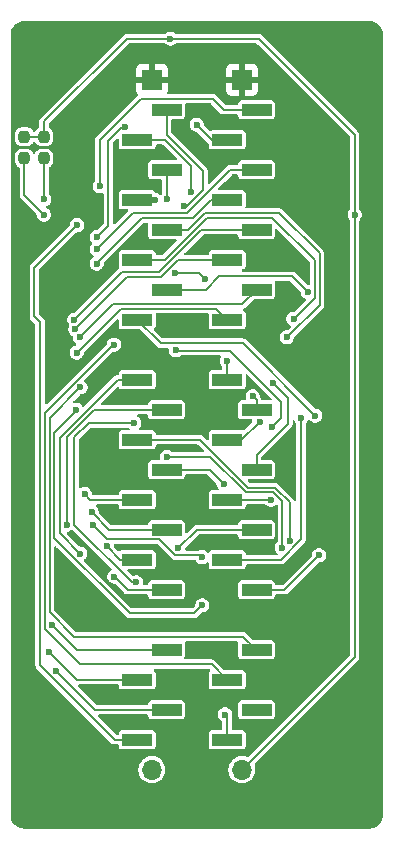
<source format=gbr>
G04 #@! TF.GenerationSoftware,KiCad,Pcbnew,9.0.6*
G04 #@! TF.CreationDate,2025-12-02T20:11:39+09:00*
G04 #@! TF.ProjectId,bionic-z180v,62696f6e-6963-42d7-9a31-3830762e6b69,2*
G04 #@! TF.SameCoordinates,Original*
G04 #@! TF.FileFunction,Copper,L2,Bot*
G04 #@! TF.FilePolarity,Positive*
%FSLAX46Y46*%
G04 Gerber Fmt 4.6, Leading zero omitted, Abs format (unit mm)*
G04 Created by KiCad (PCBNEW 9.0.6) date 2025-12-02 20:11:39*
%MOMM*%
%LPD*%
G01*
G04 APERTURE LIST*
G04 Aperture macros list*
%AMRoundRect*
0 Rectangle with rounded corners*
0 $1 Rounding radius*
0 $2 $3 $4 $5 $6 $7 $8 $9 X,Y pos of 4 corners*
0 Add a 4 corners polygon primitive as box body*
4,1,4,$2,$3,$4,$5,$6,$7,$8,$9,$2,$3,0*
0 Add four circle primitives for the rounded corners*
1,1,$1+$1,$2,$3*
1,1,$1+$1,$4,$5*
1,1,$1+$1,$6,$7*
1,1,$1+$1,$8,$9*
0 Add four rect primitives between the rounded corners*
20,1,$1+$1,$2,$3,$4,$5,0*
20,1,$1+$1,$4,$5,$6,$7,0*
20,1,$1+$1,$6,$7,$8,$9,0*
20,1,$1+$1,$8,$9,$2,$3,0*%
G04 Aperture macros list end*
G04 #@! TA.AperFunction,SMDPad,CuDef*
%ADD10RoundRect,0.237500X-0.237500X0.250000X-0.237500X-0.250000X0.237500X-0.250000X0.237500X0.250000X0*%
G04 #@! TD*
G04 #@! TA.AperFunction,ComponentPad*
%ADD11O,1.700000X1.700000*%
G04 #@! TD*
G04 #@! TA.AperFunction,SMDPad,CuDef*
%ADD12R,2.510000X1.000000*%
G04 #@! TD*
G04 #@! TA.AperFunction,ComponentPad*
%ADD13R,1.700000X1.700000*%
G04 #@! TD*
G04 #@! TA.AperFunction,ViaPad*
%ADD14C,0.600000*%
G04 #@! TD*
G04 #@! TA.AperFunction,Conductor*
%ADD15C,0.200000*%
G04 #@! TD*
G04 APERTURE END LIST*
D10*
X99095000Y-79906000D03*
X99095000Y-81731000D03*
X100746000Y-79906000D03*
X100746000Y-81731000D03*
D11*
X117510000Y-133500000D03*
D12*
X116265400Y-130960000D03*
X118754600Y-128420000D03*
X116265400Y-125880000D03*
X118754600Y-123340000D03*
X118754600Y-118260000D03*
X116265400Y-115720000D03*
X118754600Y-113180000D03*
X116265400Y-110640000D03*
X118754600Y-108100000D03*
X116265400Y-105560000D03*
X118754600Y-103020000D03*
X116265400Y-100480000D03*
X116265400Y-95400000D03*
X118754600Y-92860000D03*
X116265400Y-90320000D03*
X118754600Y-87780000D03*
X116265400Y-85240000D03*
X118754600Y-82700000D03*
X116265400Y-80160000D03*
X118754600Y-77620000D03*
D13*
X117510000Y-75080000D03*
X109890000Y-75080000D03*
D12*
X111134600Y-77620000D03*
X108645400Y-80160000D03*
X111134600Y-82700000D03*
X108645400Y-85240000D03*
X111134600Y-87780000D03*
X108645400Y-90320000D03*
X111134600Y-92860000D03*
X108645400Y-95400000D03*
X108645400Y-100480000D03*
X111134600Y-103020000D03*
X108645400Y-105560000D03*
X111134600Y-108100000D03*
X108645400Y-110640000D03*
X111134600Y-113180000D03*
X108645400Y-115720000D03*
X111134600Y-118260000D03*
X111134600Y-123340000D03*
X108645400Y-125880000D03*
X111134600Y-128420000D03*
X108645400Y-130960000D03*
D11*
X109890000Y-133500000D03*
D14*
X127060400Y-86510000D03*
X111464800Y-71600200D03*
X121370800Y-108379400D03*
X109255000Y-84020800D03*
X124850600Y-112519600D03*
X115808200Y-123898800D03*
X101025400Y-75080000D03*
X126527000Y-75080000D03*
X124952200Y-131010800D03*
X125409400Y-81887200D03*
X119694400Y-111656000D03*
X103311400Y-94104600D03*
X123783800Y-107896800D03*
X114690600Y-77772400D03*
X113014200Y-80464800D03*
X113750800Y-110868600D03*
X100720600Y-94104600D03*
X117052800Y-101775400D03*
X103209800Y-117498000D03*
X118170400Y-96492200D03*
X123834600Y-120800000D03*
X123631400Y-87957800D03*
X121345400Y-85240000D03*
X121370800Y-90421600D03*
X110982200Y-110919400D03*
X114106400Y-103553400D03*
X109026400Y-119276000D03*
X108569200Y-88592800D03*
X101050800Y-130934600D03*
X114970000Y-132407800D03*
X104210000Y-110157400D03*
X123088400Y-93037800D03*
X101754465Y-125125535D03*
X104810000Y-111706800D03*
X110118600Y-85240000D03*
X111922000Y-97981200D03*
X120050000Y-104518600D03*
X115960600Y-109268400D03*
X112607335Y-85763535D03*
X123733000Y-103528000D03*
X103552700Y-87386300D03*
X113207335Y-84564265D03*
X102676400Y-112748200D03*
X121556135Y-114101935D03*
X101426635Y-121211565D03*
X121888400Y-95323800D03*
X111839337Y-91431137D03*
X114352500Y-91920200D03*
X111134600Y-85189200D03*
X103819400Y-115212000D03*
X106080000Y-114580000D03*
X106720165Y-117152000D03*
X121320000Y-96873200D03*
X101165100Y-123530500D03*
X116087600Y-128826400D03*
X112125200Y-114726002D03*
X120133735Y-100777265D03*
X119960392Y-110643808D03*
X122520000Y-103680400D03*
X103311400Y-95400000D03*
X124037800Y-115339000D03*
X118434000Y-101877000D03*
X103795382Y-96901062D03*
X103844800Y-101115000D03*
X105216400Y-89405600D03*
X103403701Y-96203501D03*
X103527300Y-98181300D03*
X119002929Y-104020000D03*
X107578600Y-79067800D03*
X113687300Y-78877300D03*
X105241800Y-88389600D03*
X116240000Y-98854400D03*
X105216400Y-90650200D03*
X105480000Y-84071600D03*
X106680000Y-97508200D03*
X100771400Y-85214600D03*
X100746000Y-86510000D03*
X103489200Y-103020000D03*
X114144400Y-119580800D03*
X108391400Y-104137600D03*
X108548965Y-117630165D03*
X114144400Y-115491400D03*
X104886200Y-112748200D03*
X120913600Y-114704000D03*
X111160000Y-107016498D03*
D15*
X111464800Y-71600200D02*
X118932400Y-71600200D01*
X111464800Y-71600200D02*
X107756400Y-71600200D01*
X127060400Y-123949600D02*
X117510000Y-133500000D01*
X127060400Y-79728200D02*
X127060400Y-86510000D01*
X100746000Y-78610600D02*
X100746000Y-79906000D01*
X118932400Y-71600200D02*
X127060400Y-79728200D01*
X100746000Y-79906000D02*
X99095000Y-79906000D01*
X127060400Y-86510000D02*
X127060400Y-123949600D01*
X107756400Y-71600200D02*
X100746000Y-78610600D01*
X104210000Y-110157400D02*
X104692600Y-110640000D01*
X104692600Y-110640000D02*
X108645400Y-110640000D01*
X115605000Y-91717000D02*
X114462000Y-92860000D01*
X121751800Y-91717000D02*
X115605000Y-91717000D01*
X123072600Y-93037800D02*
X121751800Y-91717000D01*
X114462000Y-92860000D02*
X111134600Y-92860000D01*
X123088400Y-93037800D02*
X123072600Y-93037800D01*
X101754465Y-125125535D02*
X101754465Y-125135865D01*
X105038600Y-128420000D02*
X111134600Y-128420000D01*
X101754465Y-125135865D02*
X105038600Y-128420000D01*
X106283200Y-113180000D02*
X111134600Y-113180000D01*
X104810000Y-111706800D02*
X106283200Y-113180000D01*
X120100800Y-104518600D02*
X120050000Y-104518600D01*
X116524141Y-98016200D02*
X120862800Y-102354859D01*
X120862800Y-102354859D02*
X120862800Y-103756600D01*
X111957000Y-98016200D02*
X116524141Y-98016200D01*
X120862800Y-103756600D02*
X120100800Y-104518600D01*
X110118600Y-85240000D02*
X108645400Y-85240000D01*
X111922000Y-97981200D02*
X111957000Y-98016200D01*
X114792200Y-108100000D02*
X111134600Y-108100000D01*
X115960600Y-109268400D02*
X114792200Y-108100000D01*
X114233400Y-84386729D02*
X114233400Y-82845514D01*
X114233400Y-82845514D02*
X111134600Y-79746714D01*
X112856594Y-85763535D02*
X114233400Y-84386729D01*
X112607335Y-85763535D02*
X112856594Y-85763535D01*
X111134600Y-79746714D02*
X111134600Y-77620000D01*
X110626600Y-97381200D02*
X108645400Y-95400000D01*
X123733000Y-103528000D02*
X117586200Y-97381200D01*
X117586200Y-97381200D02*
X110626600Y-97381200D01*
X99933200Y-95095200D02*
X100435000Y-95597000D01*
X106740400Y-130960000D02*
X108645400Y-130960000D01*
X103552700Y-87386300D02*
X99933200Y-91005800D01*
X100435000Y-120788985D02*
X100426635Y-120797350D01*
X100426635Y-124646235D02*
X106740400Y-130960000D01*
X100435000Y-95597000D02*
X100435000Y-120788985D01*
X99933200Y-91005800D02*
X99933200Y-95095200D01*
X100426635Y-120797350D02*
X100426635Y-124646235D01*
X110982200Y-80160000D02*
X108645400Y-80160000D01*
X113217400Y-84554200D02*
X113217400Y-82395200D01*
X113207335Y-84564265D02*
X113217400Y-84554200D01*
X113217400Y-82395200D02*
X110982200Y-80160000D01*
X102676400Y-105363686D02*
X105020086Y-103020000D01*
X105020086Y-103020000D02*
X111134600Y-103020000D01*
X102676400Y-112748200D02*
X102676400Y-105363686D01*
X121548600Y-114094400D02*
X121548600Y-110817800D01*
X120335800Y-109605000D02*
X117999000Y-109605000D01*
X121548600Y-110817800D02*
X120335800Y-109605000D01*
X121556135Y-114101935D02*
X121548600Y-114094400D01*
X117999000Y-109605000D02*
X113954000Y-105560000D01*
X113954000Y-105560000D02*
X108645400Y-105560000D01*
X101426635Y-121226635D02*
X103540000Y-123340000D01*
X101426635Y-121211565D02*
X101426635Y-121226635D01*
X103540000Y-123340000D02*
X111134600Y-123340000D01*
X114532972Y-86757600D02*
X110970572Y-90320000D01*
X121888400Y-95323800D02*
X121929600Y-95323800D01*
X120087200Y-86757600D02*
X114532972Y-86757600D01*
X123688400Y-93565000D02*
X123688400Y-90358800D01*
X110970572Y-90320000D02*
X108645400Y-90320000D01*
X123688400Y-90358800D02*
X120087200Y-86757600D01*
X121929600Y-95323800D02*
X123688400Y-93565000D01*
X111839337Y-91431137D02*
X113863437Y-91431137D01*
X113863437Y-91431137D02*
X114352500Y-91920200D01*
X111134600Y-85189200D02*
X111134600Y-82700000D01*
X106994400Y-100480000D02*
X108645400Y-100480000D01*
X102076400Y-105398000D02*
X106994400Y-100480000D01*
X102076400Y-113469000D02*
X102076400Y-105398000D01*
X103819400Y-115212000D02*
X102076400Y-113469000D01*
X107220000Y-115720000D02*
X108645400Y-115720000D01*
X106080000Y-114580000D02*
X107220000Y-115720000D01*
X107858000Y-118260000D02*
X111134600Y-118260000D01*
X106720165Y-117152000D02*
X106750000Y-117152000D01*
X106750000Y-117152000D02*
X107858000Y-118260000D01*
X121345400Y-96873200D02*
X124088400Y-94130200D01*
X124088400Y-94130200D02*
X124088400Y-89786400D01*
X112944886Y-87780000D02*
X111134600Y-87780000D01*
X114367286Y-86357600D02*
X112944886Y-87780000D01*
X124088400Y-89786400D02*
X120659600Y-86357600D01*
X120659600Y-86357600D02*
X114367286Y-86357600D01*
X121320000Y-96873200D02*
X121345400Y-96873200D01*
X103514600Y-125880000D02*
X108645400Y-125880000D01*
X101165100Y-123530500D02*
X103514600Y-125880000D01*
X116087600Y-128826400D02*
X116265400Y-129004200D01*
X116265400Y-129004200D02*
X116265400Y-130960000D01*
X113671202Y-113180000D02*
X118754600Y-113180000D01*
X112125200Y-114726002D02*
X113671202Y-113180000D01*
X120133735Y-100777265D02*
X121396200Y-102039730D01*
X118754600Y-106830000D02*
X118754600Y-108100000D01*
X121396200Y-102039730D02*
X121396200Y-104188400D01*
X121396200Y-104188400D02*
X118754600Y-106830000D01*
X119956584Y-110640000D02*
X116265400Y-110640000D01*
X119960392Y-110643808D02*
X119956584Y-110640000D01*
X120786600Y-115720000D02*
X116265400Y-115720000D01*
X122520000Y-113986600D02*
X120786600Y-115720000D01*
X122520000Y-103680400D02*
X122520000Y-113986600D01*
X103311400Y-95400000D02*
X103336800Y-95400000D01*
X103336800Y-95400000D02*
X107343600Y-91393200D01*
X110463058Y-91393200D02*
X114076258Y-87780000D01*
X114076258Y-87780000D02*
X118754600Y-87780000D01*
X107343600Y-91393200D02*
X110463058Y-91393200D01*
X121116800Y-118260000D02*
X118754600Y-118260000D01*
X124037800Y-115339000D02*
X121116800Y-118260000D01*
X118434000Y-101877000D02*
X118754600Y-102197600D01*
X118754600Y-102197600D02*
X118754600Y-103020000D01*
X106638800Y-94053800D02*
X117560800Y-94053800D01*
X117560800Y-94053800D02*
X118754600Y-92860000D01*
X103795382Y-96901062D02*
X103795382Y-96897218D01*
X103795382Y-96897218D02*
X106638800Y-94053800D01*
X117637000Y-122222400D02*
X118754600Y-123340000D01*
X101235000Y-120171400D02*
X103286000Y-122222400D01*
X103844800Y-101115000D02*
X101235000Y-103724800D01*
X101235000Y-103724800D02*
X101235000Y-120171400D01*
X103286000Y-122222400D02*
X117637000Y-122222400D01*
X116519400Y-82700000D02*
X118754600Y-82700000D01*
X112830000Y-86389400D02*
X116519400Y-82700000D01*
X105216400Y-89405600D02*
X105241800Y-89405600D01*
X105241800Y-89405600D02*
X108258000Y-86389400D01*
X108258000Y-86389400D02*
X112830000Y-86389400D01*
X107814002Y-91793200D02*
X110628744Y-91793200D01*
X103403701Y-96203501D02*
X107814002Y-91793200D01*
X112101944Y-90320000D02*
X116265400Y-90320000D01*
X110628744Y-91793200D02*
X112101944Y-90320000D01*
X115319200Y-94453800D02*
X116265400Y-95400000D01*
X107254800Y-94453800D02*
X115319200Y-94453800D01*
X103527300Y-98181300D02*
X107254800Y-94453800D01*
X119002929Y-104020000D02*
X117462929Y-105560000D01*
X117462929Y-105560000D02*
X116265400Y-105560000D01*
X113687300Y-78877300D02*
X114970000Y-80160000D01*
X105241800Y-88389600D02*
X106207000Y-87424400D01*
X106207000Y-87424400D02*
X106207000Y-80243400D01*
X106207000Y-80243400D02*
X107382600Y-79067800D01*
X114970000Y-80160000D02*
X116265400Y-80160000D01*
X107382600Y-79067800D02*
X107578600Y-79067800D01*
X116265400Y-98879800D02*
X116265400Y-100480000D01*
X116240000Y-98854400D02*
X116265400Y-98879800D01*
X114919200Y-85240000D02*
X116265400Y-85240000D01*
X113369800Y-86789400D02*
X114919200Y-85240000D01*
X105216400Y-90650200D02*
X105216400Y-90599400D01*
X105216400Y-90599400D02*
X109026400Y-86789400D01*
X109026400Y-86789400D02*
X113369800Y-86789400D01*
X108975600Y-76680200D02*
X115071600Y-76680200D01*
X116011400Y-77620000D02*
X118754600Y-77620000D01*
X105480000Y-80175800D02*
X108975600Y-76680200D01*
X115071600Y-76680200D02*
X116011400Y-77620000D01*
X105480000Y-84071600D02*
X105480000Y-80175800D01*
X103768600Y-124559200D02*
X114944600Y-124559200D01*
X100835000Y-103276271D02*
X100835000Y-120954671D01*
X100826635Y-121617235D02*
X103768600Y-124559200D01*
X106603071Y-97508200D02*
X100835000Y-103276271D01*
X100826635Y-120963036D02*
X100826635Y-121617235D01*
X106680000Y-97508200D02*
X106603071Y-97508200D01*
X100835000Y-120954671D02*
X100826635Y-120963036D01*
X114944600Y-124559200D02*
X116265400Y-125880000D01*
X100771400Y-85214600D02*
X100746000Y-85189200D01*
X100746000Y-85189200D02*
X100746000Y-81731000D01*
X100746000Y-86510000D02*
X99095000Y-84859000D01*
X99095000Y-84859000D02*
X99095000Y-81731000D01*
X101635000Y-113876129D02*
X108000071Y-120241200D01*
X108000071Y-120241200D02*
X113484000Y-120241200D01*
X113484000Y-120241200D02*
X114144400Y-119580800D01*
X103489200Y-103147000D02*
X101635000Y-105001200D01*
X101635000Y-105001200D02*
X101635000Y-113876129D01*
X103489200Y-103020000D02*
X103489200Y-103147000D01*
X108548965Y-117630165D02*
X108200565Y-117630165D01*
X108200565Y-117630165D02*
X103336800Y-112766400D01*
X103336800Y-112766400D02*
X103336800Y-105331400D01*
X103336800Y-105331400D02*
X104530600Y-104137600D01*
X104530600Y-104137600D02*
X108391400Y-104137600D01*
X113992000Y-115339000D02*
X114144400Y-115491400D01*
X104886200Y-112748200D02*
X106118000Y-113980000D01*
X106118000Y-113980000D02*
X110530669Y-113980000D01*
X110530669Y-113980000D02*
X111889669Y-115339000D01*
X111889669Y-115339000D02*
X113992000Y-115339000D01*
X120170114Y-110005000D02*
X117833314Y-110005000D01*
X120939000Y-114678600D02*
X120939000Y-110773886D01*
X117833314Y-110005000D02*
X114844812Y-107016498D01*
X120913600Y-114704000D02*
X120939000Y-114678600D01*
X120939000Y-110773886D02*
X120170114Y-110005000D01*
X114844812Y-107016498D02*
X111160000Y-107016498D01*
G04 #@! TA.AperFunction,Conductor*
G36*
X107959847Y-104557007D02*
G01*
X107971658Y-104567095D01*
X107995059Y-104590495D01*
X108022838Y-104645011D01*
X108013268Y-104705443D01*
X107970004Y-104748709D01*
X107925057Y-104759500D01*
X107345539Y-104759500D01*
X107345536Y-104759501D01*
X107320409Y-104762414D01*
X107217635Y-104807794D01*
X107138194Y-104887235D01*
X107092814Y-104990011D01*
X107089900Y-105015130D01*
X107089900Y-106104860D01*
X107089901Y-106104863D01*
X107092814Y-106129990D01*
X107118156Y-106187385D01*
X107138194Y-106232765D01*
X107217635Y-106312206D01*
X107320409Y-106357585D01*
X107345535Y-106360500D01*
X109945264Y-106360499D01*
X109970391Y-106357585D01*
X110073165Y-106312206D01*
X110152606Y-106232765D01*
X110197985Y-106129991D01*
X110200900Y-106104865D01*
X110200900Y-106059500D01*
X110219807Y-106001309D01*
X110269307Y-105965345D01*
X110299900Y-105960500D01*
X113747099Y-105960500D01*
X113805290Y-105979407D01*
X113817103Y-105989496D01*
X114274601Y-106446994D01*
X114302378Y-106501511D01*
X114292807Y-106561943D01*
X114249542Y-106605208D01*
X114204597Y-106615998D01*
X111649744Y-106615998D01*
X111591553Y-106597091D01*
X111579741Y-106587002D01*
X111528718Y-106535980D01*
X111528716Y-106535978D01*
X111391784Y-106456921D01*
X111239057Y-106415998D01*
X111080943Y-106415998D01*
X110928216Y-106456921D01*
X110791284Y-106535978D01*
X110679480Y-106647782D01*
X110600423Y-106784714D01*
X110559500Y-106937442D01*
X110559500Y-107095554D01*
X110580754Y-107174878D01*
X110577551Y-107235979D01*
X110539046Y-107283529D01*
X110485127Y-107299500D01*
X109834739Y-107299500D01*
X109834736Y-107299501D01*
X109809609Y-107302414D01*
X109706835Y-107347794D01*
X109627394Y-107427235D01*
X109582014Y-107530011D01*
X109579100Y-107555130D01*
X109579100Y-108644860D01*
X109579101Y-108644863D01*
X109582014Y-108669990D01*
X109607356Y-108727385D01*
X109627394Y-108772765D01*
X109706835Y-108852206D01*
X109809609Y-108897585D01*
X109834735Y-108900500D01*
X112434464Y-108900499D01*
X112459591Y-108897585D01*
X112562365Y-108852206D01*
X112641806Y-108772765D01*
X112687185Y-108669991D01*
X112690100Y-108644865D01*
X112690100Y-108599500D01*
X112709007Y-108541309D01*
X112758507Y-108505345D01*
X112789100Y-108500500D01*
X114585299Y-108500500D01*
X114643490Y-108519407D01*
X114655303Y-108529496D01*
X115331104Y-109205297D01*
X115358881Y-109259814D01*
X115360100Y-109275301D01*
X115360100Y-109347457D01*
X115401023Y-109500184D01*
X115480080Y-109637116D01*
X115513462Y-109670498D01*
X115541238Y-109725013D01*
X115531667Y-109785445D01*
X115488402Y-109828710D01*
X115443457Y-109839500D01*
X114965539Y-109839500D01*
X114965536Y-109839501D01*
X114940409Y-109842414D01*
X114837635Y-109887794D01*
X114758194Y-109967235D01*
X114712814Y-110070011D01*
X114709900Y-110095130D01*
X114709900Y-111184860D01*
X114709901Y-111184863D01*
X114712814Y-111209990D01*
X114720007Y-111226280D01*
X114758194Y-111312765D01*
X114837635Y-111392206D01*
X114940409Y-111437585D01*
X114965535Y-111440500D01*
X117565264Y-111440499D01*
X117590391Y-111437585D01*
X117693165Y-111392206D01*
X117772606Y-111312765D01*
X117817985Y-111209991D01*
X117820900Y-111184865D01*
X117820900Y-111139500D01*
X117839807Y-111081309D01*
X117889307Y-111045345D01*
X117919900Y-111040500D01*
X119466840Y-111040500D01*
X119525031Y-111059407D01*
X119536843Y-111069496D01*
X119573648Y-111106300D01*
X119591676Y-111124328D01*
X119728608Y-111203385D01*
X119881335Y-111244308D01*
X119881337Y-111244308D01*
X120039447Y-111244308D01*
X120039449Y-111244308D01*
X120192176Y-111203385D01*
X120329108Y-111124328D01*
X120369498Y-111083937D01*
X120424013Y-111056162D01*
X120484445Y-111065733D01*
X120527710Y-111108998D01*
X120538500Y-111153943D01*
X120538500Y-114188856D01*
X120519593Y-114247047D01*
X120509504Y-114258859D01*
X120433082Y-114335281D01*
X120433080Y-114335283D01*
X120433080Y-114335284D01*
X120354023Y-114472216D01*
X120313100Y-114624943D01*
X120313100Y-114783057D01*
X120354023Y-114935784D01*
X120433080Y-115072716D01*
X120510862Y-115150498D01*
X120538638Y-115205013D01*
X120529067Y-115265445D01*
X120485802Y-115308710D01*
X120440857Y-115319500D01*
X117919899Y-115319500D01*
X117861708Y-115300593D01*
X117825744Y-115251093D01*
X117820899Y-115220500D01*
X117820899Y-115175139D01*
X117820899Y-115175136D01*
X117817985Y-115150009D01*
X117772606Y-115047235D01*
X117693165Y-114967794D01*
X117590391Y-114922415D01*
X117590390Y-114922414D01*
X117590388Y-114922414D01*
X117565268Y-114919500D01*
X114965539Y-114919500D01*
X114965536Y-114919501D01*
X114940409Y-114922414D01*
X114837635Y-114967794D01*
X114758193Y-115047236D01*
X114752637Y-115059820D01*
X114711835Y-115105415D01*
X114652025Y-115118319D01*
X114596054Y-115093603D01*
X114592087Y-115089851D01*
X114513116Y-115010880D01*
X114376184Y-114931823D01*
X114223457Y-114890900D01*
X114065343Y-114890900D01*
X113912616Y-114931823D01*
X113912614Y-114931823D01*
X113906348Y-114933503D01*
X113906124Y-114932668D01*
X113876804Y-114938500D01*
X112818964Y-114938500D01*
X112760773Y-114919593D01*
X112724809Y-114870093D01*
X112720107Y-114834180D01*
X112720662Y-114823860D01*
X112725700Y-114805059D01*
X112725700Y-114730240D01*
X112725843Y-114727583D01*
X112735934Y-114701404D01*
X112744607Y-114674712D01*
X112747553Y-114671261D01*
X112747850Y-114670493D01*
X112748655Y-114669971D01*
X112754696Y-114662899D01*
X113808099Y-113609496D01*
X113862616Y-113581719D01*
X113878103Y-113580500D01*
X117100101Y-113580500D01*
X117158292Y-113599407D01*
X117194256Y-113648907D01*
X117199101Y-113679500D01*
X117199101Y-113724863D01*
X117202014Y-113749990D01*
X117227356Y-113807385D01*
X117247394Y-113852765D01*
X117326835Y-113932206D01*
X117429609Y-113977585D01*
X117454735Y-113980500D01*
X120054464Y-113980499D01*
X120079591Y-113977585D01*
X120182365Y-113932206D01*
X120261806Y-113852765D01*
X120307185Y-113749991D01*
X120310100Y-113724865D01*
X120310099Y-112635136D01*
X120307185Y-112610009D01*
X120261806Y-112507235D01*
X120182365Y-112427794D01*
X120079591Y-112382415D01*
X120079590Y-112382414D01*
X120079588Y-112382414D01*
X120054468Y-112379500D01*
X117454739Y-112379500D01*
X117454736Y-112379501D01*
X117429609Y-112382414D01*
X117326835Y-112427794D01*
X117247394Y-112507235D01*
X117202014Y-112610011D01*
X117199100Y-112635130D01*
X117199100Y-112680500D01*
X117180193Y-112738691D01*
X117130693Y-112774655D01*
X117100100Y-112779500D01*
X113723929Y-112779500D01*
X113618475Y-112779500D01*
X113556131Y-112796204D01*
X113516609Y-112806794D01*
X113425293Y-112859516D01*
X113425288Y-112859520D01*
X112859102Y-113425705D01*
X112804586Y-113453482D01*
X112744154Y-113443911D01*
X112700889Y-113400646D01*
X112690099Y-113355701D01*
X112690099Y-112635139D01*
X112690099Y-112635136D01*
X112687185Y-112610009D01*
X112641806Y-112507235D01*
X112562365Y-112427794D01*
X112459591Y-112382415D01*
X112459590Y-112382414D01*
X112459588Y-112382414D01*
X112434468Y-112379500D01*
X109834739Y-112379500D01*
X109834736Y-112379501D01*
X109809609Y-112382414D01*
X109706835Y-112427794D01*
X109627394Y-112507235D01*
X109582014Y-112610011D01*
X109579100Y-112635130D01*
X109579100Y-112680500D01*
X109560193Y-112738691D01*
X109510693Y-112774655D01*
X109480100Y-112779500D01*
X106490101Y-112779500D01*
X106431910Y-112760593D01*
X106420097Y-112750504D01*
X105439496Y-111769903D01*
X105411719Y-111715386D01*
X105410500Y-111699899D01*
X105410500Y-111627744D01*
X105410500Y-111627743D01*
X105369577Y-111475016D01*
X105290520Y-111338084D01*
X105178716Y-111226280D01*
X105176908Y-111225236D01*
X105175906Y-111224123D01*
X105173570Y-111222331D01*
X105173902Y-111221897D01*
X105135967Y-111179767D01*
X105129571Y-111118917D01*
X105160164Y-111065929D01*
X105216060Y-111041042D01*
X105226408Y-111040500D01*
X106990901Y-111040500D01*
X107049092Y-111059407D01*
X107085056Y-111108907D01*
X107089901Y-111139500D01*
X107089901Y-111184863D01*
X107092814Y-111209990D01*
X107100007Y-111226280D01*
X107138194Y-111312765D01*
X107217635Y-111392206D01*
X107320409Y-111437585D01*
X107345535Y-111440500D01*
X109945264Y-111440499D01*
X109970391Y-111437585D01*
X110073165Y-111392206D01*
X110152606Y-111312765D01*
X110197985Y-111209991D01*
X110200900Y-111184865D01*
X110200899Y-110095136D01*
X110197985Y-110070009D01*
X110152606Y-109967235D01*
X110073165Y-109887794D01*
X109970391Y-109842415D01*
X109970390Y-109842414D01*
X109970388Y-109842414D01*
X109945268Y-109839500D01*
X107345539Y-109839500D01*
X107345536Y-109839501D01*
X107320409Y-109842414D01*
X107217635Y-109887794D01*
X107138194Y-109967235D01*
X107092814Y-110070011D01*
X107089900Y-110095130D01*
X107089900Y-110140500D01*
X107070993Y-110198691D01*
X107021493Y-110234655D01*
X106990900Y-110239500D01*
X104909500Y-110239500D01*
X104851309Y-110220593D01*
X104815345Y-110171093D01*
X104810500Y-110140500D01*
X104810500Y-110078344D01*
X104808267Y-110070009D01*
X104769577Y-109925616D01*
X104690520Y-109788684D01*
X104578716Y-109676880D01*
X104441784Y-109597823D01*
X104289057Y-109556900D01*
X104130943Y-109556900D01*
X104054579Y-109577361D01*
X103978214Y-109597823D01*
X103885799Y-109651179D01*
X103825951Y-109663900D01*
X103770055Y-109639013D01*
X103739463Y-109586024D01*
X103737300Y-109565442D01*
X103737300Y-105538301D01*
X103756207Y-105480110D01*
X103766296Y-105468297D01*
X104667497Y-104567096D01*
X104722014Y-104539319D01*
X104737501Y-104538100D01*
X107901656Y-104538100D01*
X107959847Y-104557007D01*
G37*
G04 #@! TD.AperFunction*
G04 #@! TA.AperFunction,Conductor*
G36*
X121975793Y-103939889D02*
G01*
X121981428Y-103948566D01*
X122039480Y-104049116D01*
X122090505Y-104100141D01*
X122094130Y-104107256D01*
X122100593Y-104111952D01*
X122107756Y-104134000D01*
X122118281Y-104154656D01*
X122117031Y-104162545D01*
X122119500Y-104170143D01*
X122119500Y-110649033D01*
X122100593Y-110707224D01*
X122051093Y-110743188D01*
X121989907Y-110743188D01*
X121940407Y-110707224D01*
X121924874Y-110674660D01*
X121921807Y-110663212D01*
X121921804Y-110663206D01*
X121869083Y-110571891D01*
X121869081Y-110571889D01*
X121869080Y-110571887D01*
X120581713Y-109284520D01*
X120581710Y-109284518D01*
X120581708Y-109284516D01*
X120490391Y-109231794D01*
X120490393Y-109231794D01*
X120450870Y-109221204D01*
X120388527Y-109204500D01*
X120388525Y-109204500D01*
X118205901Y-109204500D01*
X118198303Y-109202031D01*
X118190414Y-109203281D01*
X118169758Y-109192756D01*
X118147710Y-109185593D01*
X118135897Y-109175504D01*
X118029896Y-109069503D01*
X118002119Y-109014986D01*
X118011690Y-108954554D01*
X118054955Y-108911289D01*
X118099900Y-108900499D01*
X120054461Y-108900499D01*
X120054464Y-108900499D01*
X120079591Y-108897585D01*
X120182365Y-108852206D01*
X120261806Y-108772765D01*
X120307185Y-108669991D01*
X120310100Y-108644865D01*
X120310099Y-107555136D01*
X120307185Y-107530009D01*
X120261806Y-107427235D01*
X120182365Y-107347794D01*
X120079591Y-107302415D01*
X120079590Y-107302414D01*
X120079588Y-107302414D01*
X120054469Y-107299500D01*
X120054465Y-107299500D01*
X119254100Y-107299500D01*
X119239188Y-107294655D01*
X119223507Y-107294655D01*
X119210821Y-107285438D01*
X119195909Y-107280593D01*
X119186692Y-107267907D01*
X119174007Y-107258691D01*
X119169161Y-107243778D01*
X119159945Y-107231093D01*
X119155100Y-107200500D01*
X119155100Y-107036899D01*
X119174007Y-106978708D01*
X119184090Y-106966901D01*
X121642110Y-104508881D01*
X121642113Y-104508880D01*
X121716680Y-104434313D01*
X121769407Y-104342987D01*
X121781833Y-104296613D01*
X121796701Y-104241127D01*
X121796701Y-104135673D01*
X121796701Y-104129611D01*
X121796700Y-104129593D01*
X121796700Y-103998080D01*
X121815607Y-103939889D01*
X121865107Y-103903925D01*
X121926293Y-103903925D01*
X121975793Y-103939889D01*
G37*
G04 #@! TD.AperFunction*
G04 #@! TA.AperFunction,Conductor*
G36*
X120479103Y-87715896D02*
G01*
X123258904Y-90495697D01*
X123286681Y-90550214D01*
X123287900Y-90565701D01*
X123287900Y-92340553D01*
X123268993Y-92398744D01*
X123219493Y-92434708D01*
X123186862Y-92439532D01*
X123174864Y-92439284D01*
X123167457Y-92437300D01*
X123078483Y-92437300D01*
X123077463Y-92437279D01*
X123049483Y-92427546D01*
X123021310Y-92418393D01*
X123020034Y-92417303D01*
X123019673Y-92417178D01*
X123019359Y-92416726D01*
X123009497Y-92408304D01*
X122512850Y-91911657D01*
X121997713Y-91396520D01*
X121997710Y-91396518D01*
X121997709Y-91396517D01*
X121997708Y-91396516D01*
X121906391Y-91343794D01*
X121906393Y-91343794D01*
X121866870Y-91333204D01*
X121804527Y-91316500D01*
X117588222Y-91316500D01*
X117530031Y-91297593D01*
X117494067Y-91248093D01*
X117494067Y-91186907D01*
X117530031Y-91137407D01*
X117576817Y-91119159D01*
X117590391Y-91117585D01*
X117693165Y-91072206D01*
X117772606Y-90992765D01*
X117817985Y-90889991D01*
X117820900Y-90864865D01*
X117820899Y-89775136D01*
X117817985Y-89750009D01*
X117772606Y-89647235D01*
X117693165Y-89567794D01*
X117590391Y-89522415D01*
X117590390Y-89522414D01*
X117590388Y-89522414D01*
X117565268Y-89519500D01*
X114965539Y-89519500D01*
X114965536Y-89519501D01*
X114940409Y-89522414D01*
X114837635Y-89567794D01*
X114758194Y-89647235D01*
X114712814Y-89750011D01*
X114709900Y-89775130D01*
X114709900Y-89820500D01*
X114690993Y-89878691D01*
X114641493Y-89914655D01*
X114610900Y-89919500D01*
X112742159Y-89919500D01*
X112683968Y-89900593D01*
X112648004Y-89851093D01*
X112648004Y-89789907D01*
X112672155Y-89750496D01*
X114213155Y-88209496D01*
X114267672Y-88181719D01*
X114283159Y-88180500D01*
X117100101Y-88180500D01*
X117158292Y-88199407D01*
X117194256Y-88248907D01*
X117199101Y-88279500D01*
X117199101Y-88324863D01*
X117202014Y-88349990D01*
X117227356Y-88407385D01*
X117247394Y-88452765D01*
X117326835Y-88532206D01*
X117429609Y-88577585D01*
X117454735Y-88580500D01*
X120054464Y-88580499D01*
X120079591Y-88577585D01*
X120182365Y-88532206D01*
X120261806Y-88452765D01*
X120307185Y-88349991D01*
X120310100Y-88324865D01*
X120310099Y-87785899D01*
X120329006Y-87727709D01*
X120378506Y-87691745D01*
X120439692Y-87691745D01*
X120479103Y-87715896D01*
G37*
G04 #@! TD.AperFunction*
G04 #@! TA.AperFunction,Conductor*
G36*
X107035845Y-80077689D02*
G01*
X107079110Y-80120954D01*
X107089900Y-80165899D01*
X107089900Y-80704860D01*
X107089901Y-80704863D01*
X107092814Y-80729990D01*
X107118156Y-80787385D01*
X107138194Y-80832765D01*
X107217635Y-80912206D01*
X107320409Y-80957585D01*
X107345535Y-80960500D01*
X109945264Y-80960499D01*
X109970391Y-80957585D01*
X110073165Y-80912206D01*
X110152606Y-80832765D01*
X110197985Y-80729991D01*
X110200900Y-80704865D01*
X110200900Y-80659500D01*
X110219807Y-80601309D01*
X110269307Y-80565345D01*
X110299900Y-80560500D01*
X110775299Y-80560500D01*
X110833490Y-80579407D01*
X110845303Y-80589496D01*
X111986303Y-81730496D01*
X112014080Y-81785013D01*
X112004509Y-81845445D01*
X111961244Y-81888710D01*
X111916299Y-81899500D01*
X109834739Y-81899500D01*
X109834736Y-81899501D01*
X109809609Y-81902414D01*
X109706835Y-81947794D01*
X109627394Y-82027235D01*
X109582014Y-82130011D01*
X109579100Y-82155130D01*
X109579100Y-83244860D01*
X109579101Y-83244863D01*
X109582014Y-83269990D01*
X109607356Y-83327385D01*
X109627394Y-83372765D01*
X109706835Y-83452206D01*
X109809609Y-83497585D01*
X109834735Y-83500500D01*
X110635100Y-83500499D01*
X110693291Y-83519406D01*
X110729255Y-83568906D01*
X110734100Y-83599499D01*
X110734100Y-84699456D01*
X110731631Y-84707053D01*
X110732881Y-84714944D01*
X110722356Y-84735598D01*
X110715193Y-84757647D01*
X110705103Y-84769461D01*
X110671202Y-84803361D01*
X110616685Y-84831137D01*
X110556253Y-84821565D01*
X110531198Y-84803362D01*
X110487316Y-84759480D01*
X110350384Y-84680423D01*
X110228542Y-84647775D01*
X110177228Y-84614452D01*
X110163602Y-84592138D01*
X110152606Y-84567236D01*
X110152606Y-84567235D01*
X110073165Y-84487794D01*
X109970391Y-84442415D01*
X109970390Y-84442414D01*
X109970388Y-84442414D01*
X109945268Y-84439500D01*
X107345539Y-84439500D01*
X107345536Y-84439501D01*
X107320409Y-84442414D01*
X107217635Y-84487794D01*
X107138194Y-84567235D01*
X107092814Y-84670011D01*
X107089900Y-84695130D01*
X107089900Y-85784860D01*
X107089901Y-85784863D01*
X107092814Y-85809990D01*
X107118156Y-85867385D01*
X107138194Y-85912765D01*
X107217635Y-85992206D01*
X107320409Y-86037585D01*
X107345535Y-86040500D01*
X107801501Y-86040499D01*
X107859691Y-86059406D01*
X107895655Y-86108906D01*
X107895655Y-86170091D01*
X107871504Y-86209503D01*
X106776504Y-87304503D01*
X106721987Y-87332280D01*
X106661555Y-87322709D01*
X106618290Y-87279444D01*
X106607500Y-87234499D01*
X106607500Y-80450299D01*
X106626407Y-80392108D01*
X106636484Y-80380308D01*
X106920898Y-80095893D01*
X106975413Y-80068118D01*
X107035845Y-80077689D01*
G37*
G04 #@! TD.AperFunction*
G04 #@! TA.AperFunction,Conductor*
G36*
X128309309Y-70100877D02*
G01*
X128499457Y-70117512D01*
X128516437Y-70120505D01*
X128696635Y-70168789D01*
X128712839Y-70174687D01*
X128881902Y-70253523D01*
X128896842Y-70262149D01*
X129049641Y-70369140D01*
X129062861Y-70380232D01*
X129194767Y-70512138D01*
X129205859Y-70525358D01*
X129312850Y-70678157D01*
X129321478Y-70693101D01*
X129400308Y-70862151D01*
X129406211Y-70878368D01*
X129454492Y-71058555D01*
X129457488Y-71075550D01*
X129474123Y-71265690D01*
X129474500Y-71274318D01*
X129474500Y-137305681D01*
X129474123Y-137314309D01*
X129457488Y-137504449D01*
X129454492Y-137521444D01*
X129406211Y-137701631D01*
X129400308Y-137717848D01*
X129321478Y-137886898D01*
X129312850Y-137901842D01*
X129205859Y-138054641D01*
X129194767Y-138067861D01*
X129062861Y-138199767D01*
X129049641Y-138210859D01*
X128896842Y-138317850D01*
X128881898Y-138326478D01*
X128712848Y-138405308D01*
X128696631Y-138411211D01*
X128516444Y-138459492D01*
X128499449Y-138462488D01*
X128309309Y-138479123D01*
X128300681Y-138479500D01*
X99099319Y-138479500D01*
X99090691Y-138479123D01*
X98900550Y-138462488D01*
X98883555Y-138459492D01*
X98703368Y-138411211D01*
X98687154Y-138405309D01*
X98518100Y-138326477D01*
X98503157Y-138317850D01*
X98350358Y-138210859D01*
X98337138Y-138199767D01*
X98205232Y-138067861D01*
X98194140Y-138054641D01*
X98087149Y-137901842D01*
X98078523Y-137886902D01*
X97999687Y-137717839D01*
X97993788Y-137701631D01*
X97974843Y-137630926D01*
X97945505Y-137521437D01*
X97942512Y-137504457D01*
X97925877Y-137314309D01*
X97925500Y-137305681D01*
X97925500Y-133409450D01*
X108739500Y-133409450D01*
X108739500Y-133590549D01*
X108767828Y-133769406D01*
X108767829Y-133769409D01*
X108823789Y-133941639D01*
X108906004Y-134102994D01*
X109012447Y-134249501D01*
X109140499Y-134377553D01*
X109287006Y-134483996D01*
X109448361Y-134566211D01*
X109620591Y-134622171D01*
X109692136Y-134633502D01*
X109799451Y-134650500D01*
X109799454Y-134650500D01*
X109980549Y-134650500D01*
X110069977Y-134636335D01*
X110159409Y-134622171D01*
X110331639Y-134566211D01*
X110492994Y-134483996D01*
X110639501Y-134377553D01*
X110767553Y-134249501D01*
X110873996Y-134102994D01*
X110956211Y-133941639D01*
X111012171Y-133769409D01*
X111040500Y-133590546D01*
X111040500Y-133409454D01*
X111040500Y-133409450D01*
X111012171Y-133230593D01*
X111012171Y-133230591D01*
X110956211Y-133058361D01*
X110873996Y-132897006D01*
X110767553Y-132750499D01*
X110639501Y-132622447D01*
X110492994Y-132516004D01*
X110492993Y-132516003D01*
X110492991Y-132516002D01*
X110331637Y-132433788D01*
X110159406Y-132377828D01*
X109980549Y-132349500D01*
X109980546Y-132349500D01*
X109799454Y-132349500D01*
X109799451Y-132349500D01*
X109620593Y-132377828D01*
X109448362Y-132433788D01*
X109287008Y-132516002D01*
X109213752Y-132569225D01*
X109140499Y-132622447D01*
X109012447Y-132750499D01*
X108959225Y-132823752D01*
X108906002Y-132897008D01*
X108823788Y-133058362D01*
X108767828Y-133230593D01*
X108739500Y-133409450D01*
X97925500Y-133409450D01*
X97925500Y-90953073D01*
X99532700Y-90953073D01*
X99532700Y-95042473D01*
X99532700Y-95147927D01*
X99542658Y-95185092D01*
X99559994Y-95249792D01*
X99612716Y-95341108D01*
X99612718Y-95341110D01*
X99612720Y-95341113D01*
X100005505Y-95733898D01*
X100033281Y-95788413D01*
X100034500Y-95803900D01*
X100034500Y-120700369D01*
X100031128Y-120725987D01*
X100029773Y-120731045D01*
X100026135Y-120744623D01*
X100026135Y-124593508D01*
X100026135Y-124698962D01*
X100041639Y-124756825D01*
X100053429Y-124800827D01*
X100106151Y-124892143D01*
X100106153Y-124892145D01*
X100106155Y-124892148D01*
X106494487Y-131280480D01*
X106494489Y-131280481D01*
X106494491Y-131280483D01*
X106585808Y-131333205D01*
X106585806Y-131333205D01*
X106585810Y-131333206D01*
X106585812Y-131333207D01*
X106687673Y-131360500D01*
X106793127Y-131360500D01*
X106990901Y-131360500D01*
X107049092Y-131379407D01*
X107085056Y-131428907D01*
X107089901Y-131459500D01*
X107089901Y-131504863D01*
X107092814Y-131529990D01*
X107118156Y-131587385D01*
X107138194Y-131632765D01*
X107217635Y-131712206D01*
X107320409Y-131757585D01*
X107345535Y-131760500D01*
X109945264Y-131760499D01*
X109970391Y-131757585D01*
X110073165Y-131712206D01*
X110152606Y-131632765D01*
X110197985Y-131529991D01*
X110200900Y-131504865D01*
X110200899Y-130415136D01*
X110200898Y-130415130D01*
X114709900Y-130415130D01*
X114709900Y-131504860D01*
X114709901Y-131504863D01*
X114712814Y-131529990D01*
X114738156Y-131587385D01*
X114758194Y-131632765D01*
X114837635Y-131712206D01*
X114940409Y-131757585D01*
X114965535Y-131760500D01*
X117565264Y-131760499D01*
X117590391Y-131757585D01*
X117693165Y-131712206D01*
X117772606Y-131632765D01*
X117817985Y-131529991D01*
X117820900Y-131504865D01*
X117820899Y-130415136D01*
X117817985Y-130390009D01*
X117772606Y-130287235D01*
X117693165Y-130207794D01*
X117590391Y-130162415D01*
X117590390Y-130162414D01*
X117590388Y-130162414D01*
X117565269Y-130159500D01*
X117565265Y-130159500D01*
X116764900Y-130159500D01*
X116706709Y-130140593D01*
X116670745Y-130091093D01*
X116665900Y-130060500D01*
X116665900Y-129001342D01*
X116669273Y-128975719D01*
X116688100Y-128905457D01*
X116688100Y-128747343D01*
X116647177Y-128594616D01*
X116568120Y-128457684D01*
X116456316Y-128345880D01*
X116319384Y-128266823D01*
X116166657Y-128225900D01*
X116008543Y-128225900D01*
X115855816Y-128266823D01*
X115718884Y-128345880D01*
X115607080Y-128457684D01*
X115528023Y-128594616D01*
X115487100Y-128747343D01*
X115487100Y-128905457D01*
X115528023Y-129058184D01*
X115607080Y-129195116D01*
X115718884Y-129306920D01*
X115815401Y-129362644D01*
X115856341Y-129408112D01*
X115864900Y-129448379D01*
X115864900Y-130060500D01*
X115845993Y-130118691D01*
X115796493Y-130154655D01*
X115765900Y-130159500D01*
X114965539Y-130159500D01*
X114965536Y-130159501D01*
X114940409Y-130162414D01*
X114837635Y-130207794D01*
X114758194Y-130287235D01*
X114712814Y-130390011D01*
X114709900Y-130415130D01*
X110200898Y-130415130D01*
X110197985Y-130390009D01*
X110152606Y-130287235D01*
X110073165Y-130207794D01*
X109970391Y-130162415D01*
X109970390Y-130162414D01*
X109970388Y-130162414D01*
X109945268Y-130159500D01*
X107345539Y-130159500D01*
X107345536Y-130159501D01*
X107320409Y-130162414D01*
X107217635Y-130207794D01*
X107138194Y-130287235D01*
X107092814Y-130390011D01*
X107089900Y-130415130D01*
X107089900Y-130460500D01*
X107085055Y-130475411D01*
X107085055Y-130491093D01*
X107075838Y-130503778D01*
X107070993Y-130518691D01*
X107058307Y-130527907D01*
X107049091Y-130540593D01*
X107034178Y-130545438D01*
X107021493Y-130554655D01*
X106990900Y-130559500D01*
X106947301Y-130559500D01*
X106889110Y-130540593D01*
X106877297Y-130530504D01*
X105336297Y-128989504D01*
X105308520Y-128934987D01*
X105318091Y-128874555D01*
X105361356Y-128831290D01*
X105406301Y-128820500D01*
X109480101Y-128820500D01*
X109538292Y-128839407D01*
X109574256Y-128888907D01*
X109579101Y-128919500D01*
X109579101Y-128964863D01*
X109582014Y-128989990D01*
X109607356Y-129047385D01*
X109627394Y-129092765D01*
X109706835Y-129172206D01*
X109809609Y-129217585D01*
X109834735Y-129220500D01*
X112434464Y-129220499D01*
X112459591Y-129217585D01*
X112562365Y-129172206D01*
X112641806Y-129092765D01*
X112687185Y-128989991D01*
X112690100Y-128964865D01*
X112690099Y-127875136D01*
X112690098Y-127875130D01*
X117199100Y-127875130D01*
X117199100Y-128964860D01*
X117199101Y-128964863D01*
X117202014Y-128989990D01*
X117227356Y-129047385D01*
X117247394Y-129092765D01*
X117326835Y-129172206D01*
X117429609Y-129217585D01*
X117454735Y-129220500D01*
X120054464Y-129220499D01*
X120079591Y-129217585D01*
X120182365Y-129172206D01*
X120261806Y-129092765D01*
X120307185Y-128989991D01*
X120310100Y-128964865D01*
X120310099Y-127875136D01*
X120307185Y-127850009D01*
X120261806Y-127747235D01*
X120182365Y-127667794D01*
X120079591Y-127622415D01*
X120079590Y-127622414D01*
X120079588Y-127622414D01*
X120054468Y-127619500D01*
X117454739Y-127619500D01*
X117454736Y-127619501D01*
X117429609Y-127622414D01*
X117326835Y-127667794D01*
X117247394Y-127747235D01*
X117202014Y-127850011D01*
X117199100Y-127875130D01*
X112690098Y-127875130D01*
X112687185Y-127850009D01*
X112641806Y-127747235D01*
X112562365Y-127667794D01*
X112459591Y-127622415D01*
X112459590Y-127622414D01*
X112459588Y-127622414D01*
X112434468Y-127619500D01*
X109834739Y-127619500D01*
X109834736Y-127619501D01*
X109809609Y-127622414D01*
X109706835Y-127667794D01*
X109627394Y-127747235D01*
X109582014Y-127850011D01*
X109579100Y-127875130D01*
X109579100Y-127920500D01*
X109560193Y-127978691D01*
X109510693Y-128014655D01*
X109480100Y-128019500D01*
X105245501Y-128019500D01*
X105187310Y-128000593D01*
X105175497Y-127990504D01*
X103634497Y-126449504D01*
X103606720Y-126394987D01*
X103616291Y-126334555D01*
X103659556Y-126291290D01*
X103704501Y-126280500D01*
X106990901Y-126280500D01*
X107049092Y-126299407D01*
X107085056Y-126348907D01*
X107089901Y-126379500D01*
X107089901Y-126424863D01*
X107092814Y-126449990D01*
X107118156Y-126507385D01*
X107138194Y-126552765D01*
X107217635Y-126632206D01*
X107320409Y-126677585D01*
X107345535Y-126680500D01*
X109945264Y-126680499D01*
X109970391Y-126677585D01*
X110073165Y-126632206D01*
X110152606Y-126552765D01*
X110197985Y-126449991D01*
X110200900Y-126424865D01*
X110200899Y-125335136D01*
X110197985Y-125310009D01*
X110152606Y-125207235D01*
X110074072Y-125128701D01*
X110046297Y-125074187D01*
X110055868Y-125013755D01*
X110099133Y-124970490D01*
X110144078Y-124959700D01*
X114737699Y-124959700D01*
X114745296Y-124962168D01*
X114753186Y-124960919D01*
X114773841Y-124971443D01*
X114795890Y-124978607D01*
X114807703Y-124988696D01*
X114822214Y-125003207D01*
X114849991Y-125057724D01*
X114840420Y-125118156D01*
X114822214Y-125143214D01*
X114758195Y-125207233D01*
X114712814Y-125310011D01*
X114709900Y-125335130D01*
X114709900Y-126424860D01*
X114709901Y-126424863D01*
X114712814Y-126449990D01*
X114738156Y-126507385D01*
X114758194Y-126552765D01*
X114837635Y-126632206D01*
X114940409Y-126677585D01*
X114965535Y-126680500D01*
X117565264Y-126680499D01*
X117590391Y-126677585D01*
X117693165Y-126632206D01*
X117772606Y-126552765D01*
X117817985Y-126449991D01*
X117820900Y-126424865D01*
X117820899Y-125335136D01*
X117817985Y-125310009D01*
X117772606Y-125207235D01*
X117693165Y-125127794D01*
X117590391Y-125082415D01*
X117590390Y-125082414D01*
X117590388Y-125082414D01*
X117565269Y-125079500D01*
X117565265Y-125079500D01*
X116072301Y-125079500D01*
X116014110Y-125060593D01*
X116002297Y-125050504D01*
X115596806Y-124645013D01*
X115190513Y-124238720D01*
X115190510Y-124238718D01*
X115190509Y-124238717D01*
X115190508Y-124238716D01*
X115099191Y-124185994D01*
X115099193Y-124185994D01*
X115059670Y-124175404D01*
X114997327Y-124158700D01*
X114997325Y-124158700D01*
X112729303Y-124158700D01*
X112671112Y-124139793D01*
X112635148Y-124090293D01*
X112635148Y-124029107D01*
X112638738Y-124019712D01*
X112641804Y-124012766D01*
X112641806Y-124012765D01*
X112687185Y-123909991D01*
X112690100Y-123884865D01*
X112690099Y-122795136D01*
X112687185Y-122770009D01*
X112683598Y-122761887D01*
X112677391Y-122701019D01*
X112708147Y-122648125D01*
X112764119Y-122623411D01*
X112774164Y-122622900D01*
X117115037Y-122622900D01*
X117173228Y-122641807D01*
X117209192Y-122691307D01*
X117209192Y-122752493D01*
X117205608Y-122761871D01*
X117202015Y-122770009D01*
X117202014Y-122770012D01*
X117199100Y-122795130D01*
X117199100Y-123884860D01*
X117199101Y-123884863D01*
X117202014Y-123909990D01*
X117227356Y-123967385D01*
X117247394Y-124012765D01*
X117326835Y-124092206D01*
X117429609Y-124137585D01*
X117454735Y-124140500D01*
X120054464Y-124140499D01*
X120079591Y-124137585D01*
X120182365Y-124092206D01*
X120261806Y-124012765D01*
X120307185Y-123909991D01*
X120310100Y-123884865D01*
X120310099Y-122795136D01*
X120307185Y-122770009D01*
X120261806Y-122667235D01*
X120182365Y-122587794D01*
X120079591Y-122542415D01*
X120079590Y-122542414D01*
X120079588Y-122542414D01*
X120054469Y-122539500D01*
X120054465Y-122539500D01*
X118561501Y-122539500D01*
X118503310Y-122520593D01*
X118491497Y-122510504D01*
X118309973Y-122328980D01*
X117882913Y-121901920D01*
X117882910Y-121901918D01*
X117882909Y-121901917D01*
X117882908Y-121901916D01*
X117791591Y-121849194D01*
X117791593Y-121849194D01*
X117752070Y-121838604D01*
X117689727Y-121821900D01*
X117689725Y-121821900D01*
X103492901Y-121821900D01*
X103434710Y-121802993D01*
X103422897Y-121792904D01*
X101664496Y-120034503D01*
X101636719Y-119979986D01*
X101635500Y-119964499D01*
X101635500Y-114682029D01*
X101654407Y-114623838D01*
X101703907Y-114587874D01*
X101765093Y-114587874D01*
X101804504Y-114612025D01*
X107679589Y-120487110D01*
X107679591Y-120487113D01*
X107754158Y-120561680D01*
X107754160Y-120561681D01*
X107845480Y-120614405D01*
X107845484Y-120614407D01*
X107947341Y-120641700D01*
X107947343Y-120641701D01*
X107947344Y-120641701D01*
X108058861Y-120641701D01*
X108058877Y-120641700D01*
X113536725Y-120641700D01*
X113536727Y-120641700D01*
X113638588Y-120614407D01*
X113638590Y-120614405D01*
X113638592Y-120614405D01*
X113729908Y-120561683D01*
X113729908Y-120561682D01*
X113729913Y-120561680D01*
X114081295Y-120210296D01*
X114135812Y-120182519D01*
X114151299Y-120181300D01*
X114223455Y-120181300D01*
X114223457Y-120181300D01*
X114376184Y-120140377D01*
X114513116Y-120061320D01*
X114624920Y-119949516D01*
X114703977Y-119812584D01*
X114744900Y-119659857D01*
X114744900Y-119501743D01*
X114703977Y-119349016D01*
X114624920Y-119212084D01*
X114513116Y-119100280D01*
X114376184Y-119021223D01*
X114223457Y-118980300D01*
X114065343Y-118980300D01*
X113946272Y-119012205D01*
X113912616Y-119021223D01*
X113775684Y-119100280D01*
X113663880Y-119212084D01*
X113584823Y-119349016D01*
X113543900Y-119501744D01*
X113543900Y-119573899D01*
X113524993Y-119632090D01*
X113514904Y-119643903D01*
X113347103Y-119811704D01*
X113292586Y-119839481D01*
X113277099Y-119840700D01*
X108206971Y-119840700D01*
X108148780Y-119821793D01*
X108136967Y-119811704D01*
X104171360Y-115846096D01*
X104143583Y-115791579D01*
X104153154Y-115731147D01*
X104184354Y-115698284D01*
X104182965Y-115696473D01*
X104188110Y-115692524D01*
X104188111Y-115692522D01*
X104188116Y-115692520D01*
X104299920Y-115580716D01*
X104378977Y-115443784D01*
X104419900Y-115291057D01*
X104419900Y-115132943D01*
X104378977Y-114980216D01*
X104299920Y-114843284D01*
X104188116Y-114731480D01*
X104051184Y-114652423D01*
X103898457Y-114611500D01*
X103898455Y-114611500D01*
X103826301Y-114611500D01*
X103768110Y-114592593D01*
X103756297Y-114582504D01*
X102691497Y-113517704D01*
X102663720Y-113463187D01*
X102673291Y-113402755D01*
X102716556Y-113359490D01*
X102749297Y-113351629D01*
X102749023Y-113349547D01*
X102755454Y-113348700D01*
X102755457Y-113348700D01*
X102908184Y-113307777D01*
X103045116Y-113228720D01*
X103068916Y-113204920D01*
X103123432Y-113177141D01*
X103183865Y-113186712D01*
X103208925Y-113204918D01*
X106465650Y-116461643D01*
X106493427Y-116516160D01*
X106483856Y-116576592D01*
X106445147Y-116617383D01*
X106351450Y-116671479D01*
X106351449Y-116671480D01*
X106239645Y-116783284D01*
X106160588Y-116920216D01*
X106119665Y-117072943D01*
X106119665Y-117231057D01*
X106160588Y-117383784D01*
X106239645Y-117520716D01*
X106351449Y-117632520D01*
X106488381Y-117711577D01*
X106641108Y-117752500D01*
X106743099Y-117752500D01*
X106801290Y-117771407D01*
X106813103Y-117781496D01*
X107537518Y-118505910D01*
X107537520Y-118505913D01*
X107612087Y-118580480D01*
X107612092Y-118580483D01*
X107703409Y-118633205D01*
X107703413Y-118633207D01*
X107805270Y-118660500D01*
X107805272Y-118660501D01*
X107805273Y-118660501D01*
X107916790Y-118660501D01*
X107916806Y-118660500D01*
X109480101Y-118660500D01*
X109538292Y-118679407D01*
X109574256Y-118728907D01*
X109579101Y-118759500D01*
X109579101Y-118804863D01*
X109582014Y-118829990D01*
X109607356Y-118887385D01*
X109627394Y-118932765D01*
X109706835Y-119012206D01*
X109809609Y-119057585D01*
X109834735Y-119060500D01*
X112434464Y-119060499D01*
X112459591Y-119057585D01*
X112562365Y-119012206D01*
X112641806Y-118932765D01*
X112687185Y-118829991D01*
X112690100Y-118804865D01*
X112690099Y-117715136D01*
X112690098Y-117715130D01*
X117199100Y-117715130D01*
X117199100Y-118804860D01*
X117199101Y-118804863D01*
X117202014Y-118829990D01*
X117227356Y-118887385D01*
X117247394Y-118932765D01*
X117326835Y-119012206D01*
X117429609Y-119057585D01*
X117454735Y-119060500D01*
X120054464Y-119060499D01*
X120079591Y-119057585D01*
X120182365Y-119012206D01*
X120261806Y-118932765D01*
X120307185Y-118829991D01*
X120310100Y-118804865D01*
X120310100Y-118759500D01*
X120329007Y-118701309D01*
X120378507Y-118665345D01*
X120409100Y-118660500D01*
X121169525Y-118660500D01*
X121169527Y-118660500D01*
X121271388Y-118633207D01*
X121271390Y-118633205D01*
X121271392Y-118633205D01*
X121362708Y-118580483D01*
X121362708Y-118580482D01*
X121362713Y-118580480D01*
X123974697Y-115968496D01*
X124029214Y-115940719D01*
X124044701Y-115939500D01*
X124116855Y-115939500D01*
X124116857Y-115939500D01*
X124269584Y-115898577D01*
X124406516Y-115819520D01*
X124518320Y-115707716D01*
X124597377Y-115570784D01*
X124638300Y-115418057D01*
X124638300Y-115259943D01*
X124597377Y-115107216D01*
X124518320Y-114970284D01*
X124406516Y-114858480D01*
X124269584Y-114779423D01*
X124116857Y-114738500D01*
X123958743Y-114738500D01*
X123806016Y-114779423D01*
X123669084Y-114858480D01*
X123557280Y-114970284D01*
X123478223Y-115107216D01*
X123439672Y-115251093D01*
X123437300Y-115259944D01*
X123437300Y-115332099D01*
X123418393Y-115390290D01*
X123408304Y-115402103D01*
X120979903Y-117830504D01*
X120925386Y-117858281D01*
X120909899Y-117859500D01*
X120409099Y-117859500D01*
X120350908Y-117840593D01*
X120314944Y-117791093D01*
X120310099Y-117760500D01*
X120310099Y-117715139D01*
X120310099Y-117715136D01*
X120307185Y-117690009D01*
X120261806Y-117587235D01*
X120182365Y-117507794D01*
X120079591Y-117462415D01*
X120079590Y-117462414D01*
X120079588Y-117462414D01*
X120054468Y-117459500D01*
X117454739Y-117459500D01*
X117454736Y-117459501D01*
X117429609Y-117462414D01*
X117326835Y-117507794D01*
X117247394Y-117587235D01*
X117202014Y-117690011D01*
X117199100Y-117715130D01*
X112690098Y-117715130D01*
X112687185Y-117690009D01*
X112641806Y-117587235D01*
X112562365Y-117507794D01*
X112459591Y-117462415D01*
X112459590Y-117462414D01*
X112459588Y-117462414D01*
X112434468Y-117459500D01*
X109834739Y-117459500D01*
X109834736Y-117459501D01*
X109809609Y-117462414D01*
X109706835Y-117507794D01*
X109627394Y-117587235D01*
X109582014Y-117690011D01*
X109579100Y-117715130D01*
X109579100Y-117760500D01*
X109560193Y-117818691D01*
X109510693Y-117854655D01*
X109480100Y-117859500D01*
X109238217Y-117859500D01*
X109180026Y-117840593D01*
X109144062Y-117791093D01*
X109142591Y-117734876D01*
X109147879Y-117715140D01*
X109149465Y-117709222D01*
X109149465Y-117551108D01*
X109108542Y-117398381D01*
X109029485Y-117261449D01*
X108917681Y-117149645D01*
X108780749Y-117070588D01*
X108628022Y-117029665D01*
X108469908Y-117029665D01*
X108368090Y-117056947D01*
X108317180Y-117070588D01*
X108313357Y-117072796D01*
X108253508Y-117085515D01*
X108197613Y-117060628D01*
X108193855Y-117057062D01*
X107826296Y-116689503D01*
X107798519Y-116634986D01*
X107808090Y-116574554D01*
X107851355Y-116531289D01*
X107896300Y-116520499D01*
X109945261Y-116520499D01*
X109945264Y-116520499D01*
X109970391Y-116517585D01*
X110073165Y-116472206D01*
X110152606Y-116392765D01*
X110197985Y-116289991D01*
X110200900Y-116264865D01*
X110200899Y-115175136D01*
X110197985Y-115150009D01*
X110152606Y-115047235D01*
X110073165Y-114967794D01*
X109970391Y-114922415D01*
X109970390Y-114922414D01*
X109970388Y-114922414D01*
X109945268Y-114919500D01*
X107345539Y-114919500D01*
X107345536Y-114919501D01*
X107320409Y-114922414D01*
X107217633Y-114967795D01*
X107195913Y-114989515D01*
X107141396Y-115017291D01*
X107080964Y-115007719D01*
X107055907Y-114989514D01*
X106709496Y-114643103D01*
X106706414Y-114637054D01*
X106700831Y-114633200D01*
X106693680Y-114612062D01*
X106681719Y-114588586D01*
X106680529Y-114575481D01*
X106680500Y-114574276D01*
X106680500Y-114500943D01*
X106678560Y-114493705D01*
X106678276Y-114481882D01*
X106683811Y-114463338D01*
X106684826Y-114444013D01*
X106692354Y-114434717D01*
X106695777Y-114423253D01*
X106711158Y-114411502D01*
X106723336Y-114396467D01*
X106735589Y-114392837D01*
X106744397Y-114386109D01*
X106759540Y-114385744D01*
X106777247Y-114380500D01*
X110323768Y-114380500D01*
X110381959Y-114399407D01*
X110393772Y-114409496D01*
X111643756Y-115659480D01*
X111643758Y-115659481D01*
X111643759Y-115659482D01*
X111643760Y-115659483D01*
X111735077Y-115712205D01*
X111735075Y-115712205D01*
X111735079Y-115712206D01*
X111735081Y-115712207D01*
X111836942Y-115739500D01*
X113537085Y-115739500D01*
X113595276Y-115758407D01*
X113622820Y-115788998D01*
X113663880Y-115860116D01*
X113775684Y-115971920D01*
X113912616Y-116050977D01*
X114065343Y-116091900D01*
X114065345Y-116091900D01*
X114223455Y-116091900D01*
X114223457Y-116091900D01*
X114376184Y-116050977D01*
X114513116Y-115971920D01*
X114540897Y-115944138D01*
X114595411Y-115916361D01*
X114655844Y-115925932D01*
X114699109Y-115969196D01*
X114709900Y-116014142D01*
X114709900Y-116264860D01*
X114709901Y-116264863D01*
X114712814Y-116289990D01*
X114738156Y-116347385D01*
X114758194Y-116392765D01*
X114837635Y-116472206D01*
X114940409Y-116517585D01*
X114965535Y-116520500D01*
X117565264Y-116520499D01*
X117590391Y-116517585D01*
X117693165Y-116472206D01*
X117772606Y-116392765D01*
X117817985Y-116289991D01*
X117820900Y-116264865D01*
X117820900Y-116219500D01*
X117839807Y-116161309D01*
X117889307Y-116125345D01*
X117919900Y-116120500D01*
X120839325Y-116120500D01*
X120839327Y-116120500D01*
X120941188Y-116093207D01*
X120941190Y-116093205D01*
X120941192Y-116093205D01*
X121032508Y-116040483D01*
X121032508Y-116040482D01*
X121032513Y-116040480D01*
X122765910Y-114307081D01*
X122765913Y-114307080D01*
X122840480Y-114232513D01*
X122881627Y-114161244D01*
X122893207Y-114141188D01*
X122920500Y-114039327D01*
X122920500Y-113933873D01*
X122920500Y-104170143D01*
X122939407Y-104111952D01*
X122949490Y-104100145D01*
X123000520Y-104049116D01*
X123079577Y-103912184D01*
X123079577Y-103912181D01*
X123082821Y-103906564D01*
X123084466Y-103907514D01*
X123118450Y-103867707D01*
X123177941Y-103853410D01*
X123234474Y-103876812D01*
X123248737Y-103891838D01*
X123252477Y-103896712D01*
X123252478Y-103896713D01*
X123252480Y-103896716D01*
X123364284Y-104008520D01*
X123501216Y-104087577D01*
X123653943Y-104128500D01*
X123653945Y-104128500D01*
X123812055Y-104128500D01*
X123812057Y-104128500D01*
X123964784Y-104087577D01*
X124101716Y-104008520D01*
X124213520Y-103896716D01*
X124292577Y-103759784D01*
X124333500Y-103607057D01*
X124333500Y-103448943D01*
X124292577Y-103296216D01*
X124213520Y-103159284D01*
X124101716Y-103047480D01*
X123964784Y-102968423D01*
X123812057Y-102927500D01*
X123812055Y-102927500D01*
X123739901Y-102927500D01*
X123681710Y-102908593D01*
X123669897Y-102898504D01*
X120751893Y-99980500D01*
X117832113Y-97060720D01*
X117832110Y-97060718D01*
X117832109Y-97060717D01*
X117832108Y-97060716D01*
X117740791Y-97007994D01*
X117740793Y-97007994D01*
X117701270Y-96997404D01*
X117638927Y-96980700D01*
X117638925Y-96980700D01*
X110833501Y-96980700D01*
X110775310Y-96961793D01*
X110763497Y-96951704D01*
X110088585Y-96276792D01*
X110060808Y-96222275D01*
X110070379Y-96161843D01*
X110088583Y-96136787D01*
X110152606Y-96072765D01*
X110197985Y-95969991D01*
X110200900Y-95944865D01*
X110200899Y-94953299D01*
X110219806Y-94895109D01*
X110269306Y-94859145D01*
X110299899Y-94854300D01*
X114610900Y-94854300D01*
X114669091Y-94873207D01*
X114705055Y-94922707D01*
X114709900Y-94953300D01*
X114709900Y-95944860D01*
X114709901Y-95944863D01*
X114712814Y-95969990D01*
X114713576Y-95971715D01*
X114758194Y-96072765D01*
X114837635Y-96152206D01*
X114940409Y-96197585D01*
X114965535Y-96200500D01*
X117565264Y-96200499D01*
X117590391Y-96197585D01*
X117693165Y-96152206D01*
X117772606Y-96072765D01*
X117817985Y-95969991D01*
X117820900Y-95944865D01*
X117820899Y-94855136D01*
X117817985Y-94830009D01*
X117772606Y-94727235D01*
X117693165Y-94647794D01*
X117647369Y-94627573D01*
X117601774Y-94586773D01*
X117588869Y-94526964D01*
X117613583Y-94470992D01*
X117661733Y-94441383D01*
X117715388Y-94427007D01*
X117806713Y-94374280D01*
X118491497Y-93689494D01*
X118546014Y-93661718D01*
X118561501Y-93660499D01*
X120054461Y-93660499D01*
X120054464Y-93660499D01*
X120079591Y-93657585D01*
X120182365Y-93612206D01*
X120261806Y-93532765D01*
X120307185Y-93429991D01*
X120310100Y-93404865D01*
X120310099Y-92315136D01*
X120307185Y-92290009D01*
X120292383Y-92256487D01*
X120286176Y-92195618D01*
X120316932Y-92142725D01*
X120372904Y-92118011D01*
X120382949Y-92117500D01*
X121544899Y-92117500D01*
X121603090Y-92136407D01*
X121614903Y-92146496D01*
X122458904Y-92990497D01*
X122486681Y-93045014D01*
X122487900Y-93060501D01*
X122487900Y-93116857D01*
X122528823Y-93269584D01*
X122607880Y-93406516D01*
X122719684Y-93518320D01*
X122856616Y-93597377D01*
X122874757Y-93602238D01*
X122926071Y-93635560D01*
X122947998Y-93692681D01*
X122932163Y-93751782D01*
X122919138Y-93767868D01*
X121992703Y-94694304D01*
X121938186Y-94722081D01*
X121922699Y-94723300D01*
X121809343Y-94723300D01*
X121656616Y-94764223D01*
X121519684Y-94843280D01*
X121407880Y-94955084D01*
X121328823Y-95092016D01*
X121287900Y-95244743D01*
X121287900Y-95402857D01*
X121328823Y-95555584D01*
X121407880Y-95692516D01*
X121519684Y-95804320D01*
X121616022Y-95859940D01*
X121656963Y-95905408D01*
X121663359Y-95966259D01*
X121636526Y-96015679D01*
X121408504Y-96243703D01*
X121353987Y-96271481D01*
X121338500Y-96272700D01*
X121240943Y-96272700D01*
X121088216Y-96313623D01*
X120951284Y-96392680D01*
X120839480Y-96504484D01*
X120760423Y-96641416D01*
X120719500Y-96794143D01*
X120719500Y-96952257D01*
X120760423Y-97104984D01*
X120839480Y-97241916D01*
X120951284Y-97353720D01*
X121088216Y-97432777D01*
X121240943Y-97473700D01*
X121240945Y-97473700D01*
X121399055Y-97473700D01*
X121399057Y-97473700D01*
X121551784Y-97432777D01*
X121688716Y-97353720D01*
X121800520Y-97241916D01*
X121879577Y-97104984D01*
X121920500Y-96952257D01*
X121920500Y-96905500D01*
X121939407Y-96847309D01*
X121949490Y-96835502D01*
X124408880Y-94376113D01*
X124461607Y-94284788D01*
X124488900Y-94182927D01*
X124488900Y-94077473D01*
X124488900Y-89733673D01*
X124461607Y-89631813D01*
X124408880Y-89540487D01*
X124387893Y-89519500D01*
X124334313Y-89465919D01*
X124334313Y-89465920D01*
X120905513Y-86037120D01*
X120905510Y-86037118D01*
X120905509Y-86037117D01*
X120905508Y-86037116D01*
X120814191Y-85984394D01*
X120814193Y-85984394D01*
X120760445Y-85969993D01*
X120712327Y-85957100D01*
X120712325Y-85957100D01*
X117904963Y-85957100D01*
X117846772Y-85938193D01*
X117810808Y-85888693D01*
X117810808Y-85827507D01*
X117814391Y-85818128D01*
X117817985Y-85809991D01*
X117820900Y-85784865D01*
X117820899Y-84695136D01*
X117817985Y-84670009D01*
X117772606Y-84567235D01*
X117693165Y-84487794D01*
X117590391Y-84442415D01*
X117590390Y-84442414D01*
X117590388Y-84442414D01*
X117565269Y-84439500D01*
X117565265Y-84439500D01*
X115585299Y-84439500D01*
X115527108Y-84420593D01*
X115491144Y-84371093D01*
X115491144Y-84309907D01*
X115515295Y-84270496D01*
X116082908Y-83702884D01*
X116656296Y-83129496D01*
X116710813Y-83101719D01*
X116726300Y-83100500D01*
X117100101Y-83100500D01*
X117158292Y-83119407D01*
X117194256Y-83168907D01*
X117199101Y-83199500D01*
X117199101Y-83244863D01*
X117202014Y-83269990D01*
X117227356Y-83327385D01*
X117247394Y-83372765D01*
X117326835Y-83452206D01*
X117429609Y-83497585D01*
X117454735Y-83500500D01*
X120054464Y-83500499D01*
X120079591Y-83497585D01*
X120182365Y-83452206D01*
X120261806Y-83372765D01*
X120307185Y-83269991D01*
X120310100Y-83244865D01*
X120310099Y-82155136D01*
X120307185Y-82130009D01*
X120261806Y-82027235D01*
X120182365Y-81947794D01*
X120079591Y-81902415D01*
X120079590Y-81902414D01*
X120079588Y-81902414D01*
X120054468Y-81899500D01*
X117454739Y-81899500D01*
X117454736Y-81899501D01*
X117429609Y-81902414D01*
X117326835Y-81947794D01*
X117247394Y-82027235D01*
X117202014Y-82130011D01*
X117199100Y-82155130D01*
X117199100Y-82200500D01*
X117180193Y-82258691D01*
X117130693Y-82294655D01*
X117100100Y-82299500D01*
X116578206Y-82299500D01*
X116578190Y-82299499D01*
X116572127Y-82299499D01*
X116466674Y-82299499D01*
X116364813Y-82326793D01*
X116364811Y-82326793D01*
X116364807Y-82326795D01*
X116273487Y-82379519D01*
X116198919Y-82454086D01*
X116198920Y-82454087D01*
X114802904Y-83850103D01*
X114748387Y-83877880D01*
X114687955Y-83868309D01*
X114644690Y-83825044D01*
X114633900Y-83780099D01*
X114633900Y-82792788D01*
X114633900Y-82792787D01*
X114606607Y-82690926D01*
X114606605Y-82690923D01*
X114606605Y-82690921D01*
X114553883Y-82599605D01*
X114553882Y-82599604D01*
X114553881Y-82599603D01*
X114553880Y-82599601D01*
X111564096Y-79609817D01*
X111536319Y-79555300D01*
X111535100Y-79539813D01*
X111535100Y-78798243D01*
X113086800Y-78798243D01*
X113086800Y-78956357D01*
X113127723Y-79109084D01*
X113206780Y-79246016D01*
X113318584Y-79357820D01*
X113455516Y-79436877D01*
X113608243Y-79477800D01*
X113680399Y-79477800D01*
X113738590Y-79496707D01*
X113750403Y-79506796D01*
X114649518Y-80405910D01*
X114649520Y-80405913D01*
X114680905Y-80437298D01*
X114708681Y-80491813D01*
X114709900Y-80507300D01*
X114709900Y-80704861D01*
X114709901Y-80704864D01*
X114712814Y-80729990D01*
X114738156Y-80787385D01*
X114758194Y-80832765D01*
X114837635Y-80912206D01*
X114940409Y-80957585D01*
X114965535Y-80960500D01*
X117565264Y-80960499D01*
X117590391Y-80957585D01*
X117693165Y-80912206D01*
X117772606Y-80832765D01*
X117817985Y-80729991D01*
X117820900Y-80704865D01*
X117820899Y-79615136D01*
X117817985Y-79590009D01*
X117772606Y-79487235D01*
X117693165Y-79407794D01*
X117590391Y-79362415D01*
X117590390Y-79362414D01*
X117590388Y-79362414D01*
X117565268Y-79359500D01*
X114965539Y-79359500D01*
X114965536Y-79359501D01*
X114940409Y-79362414D01*
X114881493Y-79388428D01*
X114862595Y-79396773D01*
X114801727Y-79402981D01*
X114752604Y-79376211D01*
X114316796Y-78940402D01*
X114289019Y-78885886D01*
X114287800Y-78870399D01*
X114287800Y-78798244D01*
X114287800Y-78798243D01*
X114246877Y-78645516D01*
X114167820Y-78508584D01*
X114056016Y-78396780D01*
X113919084Y-78317723D01*
X113766357Y-78276800D01*
X113608243Y-78276800D01*
X113455516Y-78317723D01*
X113318584Y-78396780D01*
X113206780Y-78508584D01*
X113127723Y-78645516D01*
X113086800Y-78798243D01*
X111535100Y-78798243D01*
X111535100Y-78519499D01*
X111554007Y-78461308D01*
X111603507Y-78425344D01*
X111634100Y-78420499D01*
X112434461Y-78420499D01*
X112434464Y-78420499D01*
X112459591Y-78417585D01*
X112562365Y-78372206D01*
X112641806Y-78292765D01*
X112687185Y-78189991D01*
X112690100Y-78164865D01*
X112690099Y-77179699D01*
X112709006Y-77121509D01*
X112758506Y-77085545D01*
X112789099Y-77080700D01*
X114864699Y-77080700D01*
X114922890Y-77099607D01*
X114934703Y-77109696D01*
X115765487Y-77940480D01*
X115765489Y-77940481D01*
X115765490Y-77940482D01*
X115765491Y-77940483D01*
X115856808Y-77993205D01*
X115856806Y-77993205D01*
X115856810Y-77993206D01*
X115856812Y-77993207D01*
X115958673Y-78020500D01*
X116064127Y-78020500D01*
X117100101Y-78020500D01*
X117158292Y-78039407D01*
X117194256Y-78088907D01*
X117199101Y-78119500D01*
X117199101Y-78164863D01*
X117202014Y-78189990D01*
X117227356Y-78247385D01*
X117247394Y-78292765D01*
X117326835Y-78372206D01*
X117429609Y-78417585D01*
X117454735Y-78420500D01*
X120054464Y-78420499D01*
X120079591Y-78417585D01*
X120182365Y-78372206D01*
X120261806Y-78292765D01*
X120307185Y-78189991D01*
X120310100Y-78164865D01*
X120310099Y-77075136D01*
X120307185Y-77050009D01*
X120261806Y-76947235D01*
X120182365Y-76867794D01*
X120079591Y-76822415D01*
X120079590Y-76822414D01*
X120079588Y-76822414D01*
X120054468Y-76819500D01*
X117454739Y-76819500D01*
X117454736Y-76819501D01*
X117429609Y-76822414D01*
X117326835Y-76867794D01*
X117247394Y-76947235D01*
X117202014Y-77050011D01*
X117199100Y-77075130D01*
X117199100Y-77120500D01*
X117180193Y-77178691D01*
X117130693Y-77214655D01*
X117100100Y-77219500D01*
X116218301Y-77219500D01*
X116160110Y-77200593D01*
X116148297Y-77190504D01*
X115777293Y-76819500D01*
X115317513Y-76359720D01*
X115317510Y-76359718D01*
X115317509Y-76359717D01*
X115317508Y-76359716D01*
X115226191Y-76306994D01*
X115226193Y-76306994D01*
X115186670Y-76296404D01*
X115124327Y-76279700D01*
X111285803Y-76279700D01*
X111227612Y-76260793D01*
X111191648Y-76211293D01*
X111191648Y-76150107D01*
X111193045Y-76146103D01*
X111233596Y-76037378D01*
X111233598Y-76037370D01*
X111240000Y-75977824D01*
X116159999Y-75977824D01*
X116166401Y-76037370D01*
X116166403Y-76037381D01*
X116216646Y-76172088D01*
X116216647Y-76172090D01*
X116302807Y-76287184D01*
X116302815Y-76287192D01*
X116417909Y-76373352D01*
X116417911Y-76373353D01*
X116552618Y-76423596D01*
X116552629Y-76423598D01*
X116612176Y-76430000D01*
X117259999Y-76430000D01*
X117260000Y-76429999D01*
X117260000Y-75513012D01*
X117317007Y-75545925D01*
X117444174Y-75580000D01*
X117575826Y-75580000D01*
X117702993Y-75545925D01*
X117760000Y-75513012D01*
X117760000Y-76429999D01*
X117760001Y-76430000D01*
X118407824Y-76430000D01*
X118467370Y-76423598D01*
X118467381Y-76423596D01*
X118602088Y-76373353D01*
X118602090Y-76373352D01*
X118717184Y-76287192D01*
X118717192Y-76287184D01*
X118803352Y-76172090D01*
X118803353Y-76172088D01*
X118853596Y-76037381D01*
X118853598Y-76037370D01*
X118860000Y-75977824D01*
X118860000Y-75330001D01*
X118859999Y-75330000D01*
X117943012Y-75330000D01*
X117975925Y-75272993D01*
X118010000Y-75145826D01*
X118010000Y-75014174D01*
X117975925Y-74887007D01*
X117943012Y-74830000D01*
X118859999Y-74830000D01*
X118860000Y-74829999D01*
X118860000Y-74182175D01*
X118853598Y-74122629D01*
X118853596Y-74122618D01*
X118803353Y-73987911D01*
X118803352Y-73987909D01*
X118717192Y-73872815D01*
X118717184Y-73872807D01*
X118602090Y-73786647D01*
X118602088Y-73786646D01*
X118467381Y-73736403D01*
X118467370Y-73736401D01*
X118407824Y-73730000D01*
X117760001Y-73730000D01*
X117760000Y-73730001D01*
X117760000Y-74646988D01*
X117702993Y-74614075D01*
X117575826Y-74580000D01*
X117444174Y-74580000D01*
X117317007Y-74614075D01*
X117260000Y-74646988D01*
X117260000Y-73730001D01*
X117259999Y-73730000D01*
X116612176Y-73730000D01*
X116552629Y-73736401D01*
X116552618Y-73736403D01*
X116417911Y-73786646D01*
X116417909Y-73786647D01*
X116302815Y-73872807D01*
X116302807Y-73872815D01*
X116216647Y-73987909D01*
X116216646Y-73987911D01*
X116166403Y-74122618D01*
X116166401Y-74122629D01*
X116160000Y-74182175D01*
X116160000Y-74829999D01*
X116160001Y-74830000D01*
X117076988Y-74830000D01*
X117044075Y-74887007D01*
X117010000Y-75014174D01*
X117010000Y-75145826D01*
X117044075Y-75272993D01*
X117076988Y-75330000D01*
X116160001Y-75330000D01*
X116160000Y-75330001D01*
X116160000Y-75977824D01*
X116159999Y-75977824D01*
X111240000Y-75977824D01*
X111240000Y-75330001D01*
X111239999Y-75330000D01*
X110323012Y-75330000D01*
X110355925Y-75272993D01*
X110390000Y-75145826D01*
X110390000Y-75014174D01*
X110355925Y-74887007D01*
X110323012Y-74830000D01*
X111239999Y-74830000D01*
X111240000Y-74829999D01*
X111240000Y-74182175D01*
X111233598Y-74122629D01*
X111233596Y-74122618D01*
X111183353Y-73987911D01*
X111183352Y-73987909D01*
X111097192Y-73872815D01*
X111097184Y-73872807D01*
X110982090Y-73786647D01*
X110982088Y-73786646D01*
X110847381Y-73736403D01*
X110847370Y-73736401D01*
X110787824Y-73730000D01*
X110140001Y-73730000D01*
X110140000Y-73730001D01*
X110140000Y-74646988D01*
X110082993Y-74614075D01*
X109955826Y-74580000D01*
X109824174Y-74580000D01*
X109697007Y-74614075D01*
X109640000Y-74646988D01*
X109640000Y-73730001D01*
X109639999Y-73730000D01*
X108992176Y-73730000D01*
X108932629Y-73736401D01*
X108932618Y-73736403D01*
X108797911Y-73786646D01*
X108797909Y-73786647D01*
X108682815Y-73872807D01*
X108682807Y-73872815D01*
X108596647Y-73987909D01*
X108596646Y-73987911D01*
X108546403Y-74122618D01*
X108546401Y-74122629D01*
X108540000Y-74182175D01*
X108540000Y-74829999D01*
X108540001Y-74830000D01*
X109456988Y-74830000D01*
X109424075Y-74887007D01*
X109390000Y-75014174D01*
X109390000Y-75145826D01*
X109424075Y-75272993D01*
X109456988Y-75330000D01*
X108540001Y-75330000D01*
X108540000Y-75330001D01*
X108540000Y-75977824D01*
X108539999Y-75977824D01*
X108546401Y-76037370D01*
X108546403Y-76037381D01*
X108596646Y-76172088D01*
X108596647Y-76172090D01*
X108682521Y-76286802D01*
X108702258Y-76344716D01*
X108684184Y-76403171D01*
X108673272Y-76416135D01*
X105159516Y-79929891D01*
X105106794Y-80021207D01*
X105088680Y-80088812D01*
X105079500Y-80123072D01*
X105079500Y-83581856D01*
X105060593Y-83640047D01*
X105050504Y-83651859D01*
X104999482Y-83702881D01*
X104999480Y-83702883D01*
X104999480Y-83702884D01*
X104920423Y-83839816D01*
X104879500Y-83992543D01*
X104879500Y-84150657D01*
X104920423Y-84303384D01*
X104999480Y-84440316D01*
X105111284Y-84552120D01*
X105248216Y-84631177D01*
X105400943Y-84672100D01*
X105400945Y-84672100D01*
X105559055Y-84672100D01*
X105559057Y-84672100D01*
X105681878Y-84639190D01*
X105742978Y-84642393D01*
X105790528Y-84680898D01*
X105806500Y-84734817D01*
X105806500Y-87217499D01*
X105787593Y-87275690D01*
X105777504Y-87287503D01*
X105304903Y-87760104D01*
X105250386Y-87787881D01*
X105234899Y-87789100D01*
X105162743Y-87789100D01*
X105010016Y-87830023D01*
X104873084Y-87909080D01*
X104761280Y-88020884D01*
X104682223Y-88157816D01*
X104641300Y-88310543D01*
X104641300Y-88468657D01*
X104682223Y-88621384D01*
X104761280Y-88758316D01*
X104817862Y-88814898D01*
X104845638Y-88869413D01*
X104836067Y-88929845D01*
X104817863Y-88954900D01*
X104735880Y-89036884D01*
X104656823Y-89173816D01*
X104615900Y-89326543D01*
X104615900Y-89484657D01*
X104656823Y-89637384D01*
X104735880Y-89774316D01*
X104847684Y-89886120D01*
X104944755Y-89942163D01*
X104985696Y-89987633D01*
X104992092Y-90048483D01*
X104961499Y-90101471D01*
X104944758Y-90113634D01*
X104847684Y-90169680D01*
X104735880Y-90281484D01*
X104656823Y-90418416D01*
X104615900Y-90571143D01*
X104615900Y-90729257D01*
X104656823Y-90881984D01*
X104735880Y-91018916D01*
X104847684Y-91130720D01*
X104984616Y-91209777D01*
X105137343Y-91250700D01*
X105137345Y-91250700D01*
X105295455Y-91250700D01*
X105295457Y-91250700D01*
X105448184Y-91209777D01*
X105585116Y-91130720D01*
X105696920Y-91018916D01*
X105775977Y-90881984D01*
X105816900Y-90729257D01*
X105816900Y-90606300D01*
X105835807Y-90548109D01*
X105845896Y-90536296D01*
X109163296Y-87218896D01*
X109217813Y-87191119D01*
X109233300Y-87189900D01*
X109480100Y-87189900D01*
X109538291Y-87208807D01*
X109574255Y-87258307D01*
X109579100Y-87288900D01*
X109579100Y-88324860D01*
X109579101Y-88324863D01*
X109582014Y-88349990D01*
X109607356Y-88407385D01*
X109627394Y-88452765D01*
X109706835Y-88532206D01*
X109809609Y-88577585D01*
X109834735Y-88580500D01*
X111904671Y-88580499D01*
X111962862Y-88599406D01*
X111998826Y-88648906D01*
X111998826Y-88710092D01*
X111974675Y-88749503D01*
X110833675Y-89890504D01*
X110779158Y-89918281D01*
X110763671Y-89919500D01*
X110299899Y-89919500D01*
X110241708Y-89900593D01*
X110205744Y-89851093D01*
X110200899Y-89820500D01*
X110200899Y-89775139D01*
X110200899Y-89775136D01*
X110197985Y-89750009D01*
X110152606Y-89647235D01*
X110073165Y-89567794D01*
X109970391Y-89522415D01*
X109970390Y-89522414D01*
X109970388Y-89522414D01*
X109945268Y-89519500D01*
X107345539Y-89519500D01*
X107345536Y-89519501D01*
X107320409Y-89522414D01*
X107217635Y-89567794D01*
X107138194Y-89647235D01*
X107092814Y-89750011D01*
X107089900Y-89775130D01*
X107089900Y-90864860D01*
X107089901Y-90864863D01*
X107092814Y-90889990D01*
X107100452Y-90907287D01*
X107120668Y-90953073D01*
X107122888Y-90958099D01*
X107129096Y-91018968D01*
X107101158Y-91067015D01*
X107102275Y-91068132D01*
X103399903Y-94770504D01*
X103345386Y-94798281D01*
X103329899Y-94799500D01*
X103232343Y-94799500D01*
X103079616Y-94840423D01*
X102942684Y-94919480D01*
X102830880Y-95031284D01*
X102751823Y-95168216D01*
X102710900Y-95320943D01*
X102710900Y-95479057D01*
X102751823Y-95631784D01*
X102830880Y-95768716D01*
X102859865Y-95797701D01*
X102887641Y-95852216D01*
X102878070Y-95912648D01*
X102875597Y-95917202D01*
X102844124Y-95971715D01*
X102832344Y-96015679D01*
X102803201Y-96124444D01*
X102803201Y-96282558D01*
X102844124Y-96435285D01*
X102923181Y-96572217D01*
X103034985Y-96684021D01*
X103145384Y-96747759D01*
X103186323Y-96793227D01*
X103194882Y-96833494D01*
X103194882Y-96980119D01*
X103235805Y-97132846D01*
X103314862Y-97269778D01*
X103426666Y-97381582D01*
X103426668Y-97381583D01*
X103462197Y-97402096D01*
X103503138Y-97447565D01*
X103509534Y-97508415D01*
X103478941Y-97561403D01*
X103438320Y-97583458D01*
X103295516Y-97621723D01*
X103158584Y-97700780D01*
X103046780Y-97812584D01*
X102967723Y-97949516D01*
X102926800Y-98102243D01*
X102926800Y-98260357D01*
X102967723Y-98413084D01*
X103046780Y-98550016D01*
X103158584Y-98661820D01*
X103295516Y-98740877D01*
X103448243Y-98781800D01*
X103448245Y-98781800D01*
X103606355Y-98781800D01*
X103606357Y-98781800D01*
X103759084Y-98740877D01*
X103896016Y-98661820D01*
X104007820Y-98550016D01*
X104086877Y-98413084D01*
X104127800Y-98260357D01*
X104127800Y-98188200D01*
X104146707Y-98130009D01*
X104156790Y-98118202D01*
X106920898Y-95354093D01*
X106975413Y-95326318D01*
X107035845Y-95335889D01*
X107079110Y-95379154D01*
X107089900Y-95424099D01*
X107089900Y-95944860D01*
X107089901Y-95944863D01*
X107092814Y-95969990D01*
X107093576Y-95971715D01*
X107138194Y-96072765D01*
X107217635Y-96152206D01*
X107320409Y-96197585D01*
X107345535Y-96200500D01*
X108838498Y-96200499D01*
X108896689Y-96219406D01*
X108908502Y-96229495D01*
X110380687Y-97701680D01*
X110380689Y-97701681D01*
X110380690Y-97701682D01*
X110380691Y-97701683D01*
X110472008Y-97754405D01*
X110472006Y-97754405D01*
X110472010Y-97754406D01*
X110472012Y-97754407D01*
X110573873Y-97781700D01*
X111224753Y-97781700D01*
X111282944Y-97800607D01*
X111318908Y-97850107D01*
X111320096Y-97895412D01*
X111322347Y-97895709D01*
X111321500Y-97902142D01*
X111321500Y-97902143D01*
X111321500Y-98060257D01*
X111362423Y-98212984D01*
X111441480Y-98349916D01*
X111553284Y-98461720D01*
X111690216Y-98540777D01*
X111842943Y-98581700D01*
X111842945Y-98581700D01*
X112001055Y-98581700D01*
X112001057Y-98581700D01*
X112153784Y-98540777D01*
X112290716Y-98461720D01*
X112306741Y-98445694D01*
X112361256Y-98417919D01*
X112376743Y-98416700D01*
X115627836Y-98416700D01*
X115686027Y-98435607D01*
X115721991Y-98485107D01*
X115721991Y-98546293D01*
X115713572Y-98565200D01*
X115680424Y-98622613D01*
X115680424Y-98622614D01*
X115680423Y-98622616D01*
X115639500Y-98775343D01*
X115639500Y-98933457D01*
X115680423Y-99086184D01*
X115759480Y-99223116D01*
X115835905Y-99299541D01*
X115863681Y-99354056D01*
X115864900Y-99369543D01*
X115864900Y-99580500D01*
X115845993Y-99638691D01*
X115796493Y-99674655D01*
X115765900Y-99679500D01*
X114965539Y-99679500D01*
X114965536Y-99679501D01*
X114940409Y-99682414D01*
X114837635Y-99727794D01*
X114758194Y-99807235D01*
X114712814Y-99910011D01*
X114709900Y-99935130D01*
X114709900Y-101024860D01*
X114709901Y-101024863D01*
X114712814Y-101049990D01*
X114726690Y-101081416D01*
X114758194Y-101152765D01*
X114837635Y-101232206D01*
X114940409Y-101277585D01*
X114965535Y-101280500D01*
X117565264Y-101280499D01*
X117590391Y-101277585D01*
X117693165Y-101232206D01*
X117772606Y-101152765D01*
X117817985Y-101049991D01*
X117820900Y-101024865D01*
X117820899Y-100118358D01*
X117839806Y-100060168D01*
X117889306Y-100024204D01*
X117950492Y-100024204D01*
X117989903Y-100048355D01*
X119992044Y-102050496D01*
X120019821Y-102105013D01*
X120010250Y-102165445D01*
X119966985Y-102208710D01*
X119922040Y-102219500D01*
X119251062Y-102219500D01*
X119192871Y-102200593D01*
X119156907Y-102151093D01*
X119155435Y-102146123D01*
X119149216Y-102122913D01*
X119129812Y-102050496D01*
X119127807Y-102043012D01*
X119127805Y-102043009D01*
X119127805Y-102043007D01*
X119075083Y-101951691D01*
X119075078Y-101951685D01*
X119063494Y-101940100D01*
X119035718Y-101885583D01*
X119034500Y-101870099D01*
X119034500Y-101797944D01*
X119034500Y-101797943D01*
X118993577Y-101645216D01*
X118914520Y-101508284D01*
X118802716Y-101396480D01*
X118665784Y-101317423D01*
X118513057Y-101276500D01*
X118354943Y-101276500D01*
X118202216Y-101317423D01*
X118065284Y-101396480D01*
X117953480Y-101508284D01*
X117874423Y-101645216D01*
X117833500Y-101797943D01*
X117833500Y-101956057D01*
X117858805Y-102050496D01*
X117870697Y-102094877D01*
X117867494Y-102155979D01*
X117828989Y-102203528D01*
X117775070Y-102219500D01*
X117454739Y-102219500D01*
X117454736Y-102219501D01*
X117429609Y-102222414D01*
X117326835Y-102267794D01*
X117247394Y-102347235D01*
X117202014Y-102450011D01*
X117199100Y-102475130D01*
X117199100Y-103564860D01*
X117199101Y-103564863D01*
X117202014Y-103589990D01*
X117209549Y-103607055D01*
X117247394Y-103692765D01*
X117326835Y-103772206D01*
X117429609Y-103817585D01*
X117454735Y-103820500D01*
X118305682Y-103820499D01*
X118363873Y-103839406D01*
X118399837Y-103888906D01*
X118404653Y-103921881D01*
X118404368Y-103933704D01*
X118402429Y-103940943D01*
X118402429Y-104014275D01*
X118402400Y-104015480D01*
X118392632Y-104043249D01*
X118383522Y-104071289D01*
X118382243Y-104072786D01*
X118382098Y-104073199D01*
X118381592Y-104073547D01*
X118373433Y-104083102D01*
X117710301Y-104746233D01*
X117655784Y-104774010D01*
X117600313Y-104766796D01*
X117590391Y-104762415D01*
X117590390Y-104762414D01*
X117590388Y-104762414D01*
X117565268Y-104759500D01*
X114965539Y-104759500D01*
X114965536Y-104759501D01*
X114940409Y-104762414D01*
X114837635Y-104807794D01*
X114758194Y-104887235D01*
X114712814Y-104990011D01*
X114709900Y-105015130D01*
X114709900Y-105510499D01*
X114690993Y-105568690D01*
X114641493Y-105604654D01*
X114580307Y-105604654D01*
X114540897Y-105580503D01*
X114199913Y-105239520D01*
X114199908Y-105239516D01*
X114108591Y-105186794D01*
X114108593Y-105186794D01*
X114069070Y-105176204D01*
X114006727Y-105159500D01*
X114006725Y-105159500D01*
X110299899Y-105159500D01*
X110241708Y-105140593D01*
X110205744Y-105091093D01*
X110200899Y-105060500D01*
X110200899Y-105015139D01*
X110200899Y-105015136D01*
X110197985Y-104990009D01*
X110152606Y-104887235D01*
X110073165Y-104807794D01*
X109970391Y-104762415D01*
X109970390Y-104762414D01*
X109970388Y-104762414D01*
X109945269Y-104759500D01*
X108857742Y-104759500D01*
X108799551Y-104740593D01*
X108763587Y-104691093D01*
X108763587Y-104629907D01*
X108787737Y-104590498D01*
X108871920Y-104506316D01*
X108950977Y-104369384D01*
X108991900Y-104216657D01*
X108991900Y-104058543D01*
X108950977Y-103905816D01*
X108871920Y-103768884D01*
X108760116Y-103657080D01*
X108670317Y-103605235D01*
X108629378Y-103559767D01*
X108622982Y-103498917D01*
X108653575Y-103445929D01*
X108709470Y-103421042D01*
X108719819Y-103420500D01*
X109480101Y-103420500D01*
X109538292Y-103439407D01*
X109574256Y-103488907D01*
X109579101Y-103519500D01*
X109579101Y-103564863D01*
X109582014Y-103589990D01*
X109589549Y-103607055D01*
X109627394Y-103692765D01*
X109706835Y-103772206D01*
X109809609Y-103817585D01*
X109834735Y-103820500D01*
X112434464Y-103820499D01*
X112459591Y-103817585D01*
X112562365Y-103772206D01*
X112641806Y-103692765D01*
X112687185Y-103589991D01*
X112690100Y-103564865D01*
X112690099Y-102475136D01*
X112687185Y-102450009D01*
X112641806Y-102347235D01*
X112562365Y-102267794D01*
X112459591Y-102222415D01*
X112459590Y-102222414D01*
X112459588Y-102222414D01*
X112434468Y-102219500D01*
X109834739Y-102219500D01*
X109834736Y-102219501D01*
X109809609Y-102222414D01*
X109706835Y-102267794D01*
X109627394Y-102347235D01*
X109582014Y-102450011D01*
X109579100Y-102475130D01*
X109579100Y-102520500D01*
X109560193Y-102578691D01*
X109510693Y-102614655D01*
X109480100Y-102619500D01*
X105660301Y-102619500D01*
X105602110Y-102600593D01*
X105566146Y-102551093D01*
X105566146Y-102489907D01*
X105590297Y-102450496D01*
X105932009Y-102108784D01*
X106959377Y-101081414D01*
X107013892Y-101053639D01*
X107074324Y-101063210D01*
X107117589Y-101106475D01*
X107119943Y-101111431D01*
X107138194Y-101152765D01*
X107217635Y-101232206D01*
X107320409Y-101277585D01*
X107345535Y-101280500D01*
X109945264Y-101280499D01*
X109970391Y-101277585D01*
X110073165Y-101232206D01*
X110152606Y-101152765D01*
X110197985Y-101049991D01*
X110200900Y-101024865D01*
X110200899Y-99935136D01*
X110197985Y-99910009D01*
X110152606Y-99807235D01*
X110073165Y-99727794D01*
X109970391Y-99682415D01*
X109970390Y-99682414D01*
X109970388Y-99682414D01*
X109945268Y-99679500D01*
X107345539Y-99679500D01*
X107345536Y-99679501D01*
X107320409Y-99682414D01*
X107217635Y-99727794D01*
X107138194Y-99807235D01*
X107092814Y-99910011D01*
X107089900Y-99935130D01*
X107089900Y-99980500D01*
X107070993Y-100038691D01*
X107021493Y-100074655D01*
X106990900Y-100079500D01*
X106941673Y-100079500D01*
X106879329Y-100096204D01*
X106839807Y-100106794D01*
X106748491Y-100159516D01*
X106748490Y-100159517D01*
X104166000Y-102742005D01*
X104111483Y-102769782D01*
X104051051Y-102760211D01*
X104010260Y-102721501D01*
X103969721Y-102651286D01*
X103969720Y-102651284D01*
X103857916Y-102539480D01*
X103720984Y-102460423D01*
X103568257Y-102419500D01*
X103410143Y-102419500D01*
X103382694Y-102426854D01*
X103352504Y-102434944D01*
X103291403Y-102431741D01*
X103243853Y-102393236D01*
X103228018Y-102334135D01*
X103249945Y-102277014D01*
X103256868Y-102269323D01*
X103781696Y-101744496D01*
X103836213Y-101716719D01*
X103851700Y-101715500D01*
X103923855Y-101715500D01*
X103923857Y-101715500D01*
X104076584Y-101674577D01*
X104213516Y-101595520D01*
X104325320Y-101483716D01*
X104404377Y-101346784D01*
X104445300Y-101194057D01*
X104445300Y-101035943D01*
X104404377Y-100883216D01*
X104325320Y-100746284D01*
X104213516Y-100634480D01*
X104213513Y-100634478D01*
X104213509Y-100634474D01*
X104208370Y-100630531D01*
X104209928Y-100628500D01*
X104176319Y-100591167D01*
X104169928Y-100530316D01*
X104196757Y-100480905D01*
X106539967Y-98137696D01*
X106594484Y-98109919D01*
X106609971Y-98108700D01*
X106759055Y-98108700D01*
X106759057Y-98108700D01*
X106911784Y-98067777D01*
X107048716Y-97988720D01*
X107160520Y-97876916D01*
X107239577Y-97739984D01*
X107280500Y-97587257D01*
X107280500Y-97429143D01*
X107239577Y-97276416D01*
X107160520Y-97139484D01*
X107048716Y-97027680D01*
X106911784Y-96948623D01*
X106759057Y-96907700D01*
X106600943Y-96907700D01*
X106448216Y-96948623D01*
X106311284Y-97027680D01*
X106199480Y-97139484D01*
X106120423Y-97276416D01*
X106079499Y-97429145D01*
X106078653Y-97435577D01*
X106075973Y-97435224D01*
X106060593Y-97482561D01*
X106050504Y-97494374D01*
X101004504Y-102540374D01*
X100949987Y-102568151D01*
X100889555Y-102558580D01*
X100846290Y-102515315D01*
X100835500Y-102470370D01*
X100835500Y-95544274D01*
X100835500Y-95544273D01*
X100808207Y-95442413D01*
X100797633Y-95424099D01*
X100755480Y-95351087D01*
X100680913Y-95276519D01*
X100680913Y-95276520D01*
X100362696Y-94958303D01*
X100334919Y-94903786D01*
X100333700Y-94888299D01*
X100333700Y-91212701D01*
X100352607Y-91154510D01*
X100362696Y-91142697D01*
X103489597Y-88015796D01*
X103544114Y-87988019D01*
X103559601Y-87986800D01*
X103631755Y-87986800D01*
X103631757Y-87986800D01*
X103784484Y-87945877D01*
X103921416Y-87866820D01*
X104033220Y-87755016D01*
X104112277Y-87618084D01*
X104153200Y-87465357D01*
X104153200Y-87307243D01*
X104112277Y-87154516D01*
X104033220Y-87017584D01*
X103921416Y-86905780D01*
X103784484Y-86826723D01*
X103631757Y-86785800D01*
X103473643Y-86785800D01*
X103320916Y-86826723D01*
X103183984Y-86905780D01*
X103072180Y-87017584D01*
X102993123Y-87154516D01*
X102957490Y-87287503D01*
X102952200Y-87307244D01*
X102952200Y-87379399D01*
X102933293Y-87437590D01*
X102923204Y-87449403D01*
X99612716Y-90759891D01*
X99559995Y-90851206D01*
X99559993Y-90851210D01*
X99559993Y-90851212D01*
X99547962Y-90896113D01*
X99547962Y-90896114D01*
X99547961Y-90896113D01*
X99536548Y-90938712D01*
X99532700Y-90953073D01*
X97925500Y-90953073D01*
X97925500Y-81438879D01*
X98319500Y-81438879D01*
X98319500Y-82023120D01*
X98329883Y-82109579D01*
X98347849Y-82155136D01*
X98384138Y-82247158D01*
X98473500Y-82365000D01*
X98591342Y-82454362D01*
X98631819Y-82470324D01*
X98679016Y-82509260D01*
X98694500Y-82562421D01*
X98694500Y-84806273D01*
X98694500Y-84911727D01*
X98700195Y-84932980D01*
X98721794Y-85013592D01*
X98774516Y-85104908D01*
X98774518Y-85104910D01*
X98774520Y-85104913D01*
X99464497Y-85794889D01*
X100116504Y-86446896D01*
X100144281Y-86501413D01*
X100145500Y-86516900D01*
X100145500Y-86589057D01*
X100186423Y-86741784D01*
X100265480Y-86878716D01*
X100377284Y-86990520D01*
X100514216Y-87069577D01*
X100666943Y-87110500D01*
X100666945Y-87110500D01*
X100825055Y-87110500D01*
X100825057Y-87110500D01*
X100977784Y-87069577D01*
X101114716Y-86990520D01*
X101226520Y-86878716D01*
X101305577Y-86741784D01*
X101346500Y-86589057D01*
X101346500Y-86430943D01*
X101305577Y-86278216D01*
X101226520Y-86141284D01*
X101114716Y-86029480D01*
X100984319Y-85954196D01*
X100943379Y-85908727D01*
X100936983Y-85847877D01*
X100967576Y-85794889D01*
X100997917Y-85778418D01*
X100997189Y-85776660D01*
X101003181Y-85774178D01*
X101003181Y-85774177D01*
X101003184Y-85774177D01*
X101140116Y-85695120D01*
X101251920Y-85583316D01*
X101330977Y-85446384D01*
X101371900Y-85293657D01*
X101371900Y-85135543D01*
X101330977Y-84982816D01*
X101251920Y-84845884D01*
X101214483Y-84808447D01*
X101175496Y-84769459D01*
X101147719Y-84714942D01*
X101146500Y-84699456D01*
X101146500Y-82562421D01*
X101165407Y-82504230D01*
X101209180Y-82470324D01*
X101249658Y-82454362D01*
X101367500Y-82365000D01*
X101456862Y-82247158D01*
X101511117Y-82109577D01*
X101521500Y-82023118D01*
X101521500Y-81438882D01*
X101511117Y-81352423D01*
X101456862Y-81214842D01*
X101367500Y-81097000D01*
X101249658Y-81007638D01*
X101112079Y-80953383D01*
X101025620Y-80943000D01*
X101025618Y-80943000D01*
X100466382Y-80943000D01*
X100466379Y-80943000D01*
X100379920Y-80953383D01*
X100242341Y-81007638D01*
X100124503Y-81096997D01*
X100124497Y-81097003D01*
X100035138Y-81214841D01*
X100012597Y-81272001D01*
X99973661Y-81319198D01*
X99914418Y-81334495D01*
X99857499Y-81312049D01*
X99828403Y-81272001D01*
X99819764Y-81250095D01*
X99805862Y-81214842D01*
X99716500Y-81097000D01*
X99598658Y-81007638D01*
X99461079Y-80953383D01*
X99374620Y-80943000D01*
X99374618Y-80943000D01*
X98815382Y-80943000D01*
X98815379Y-80943000D01*
X98728920Y-80953383D01*
X98591341Y-81007638D01*
X98473503Y-81096997D01*
X98473497Y-81097003D01*
X98384138Y-81214841D01*
X98329883Y-81352420D01*
X98319500Y-81438879D01*
X97925500Y-81438879D01*
X97925500Y-79613879D01*
X98319500Y-79613879D01*
X98319500Y-80198120D01*
X98329883Y-80284579D01*
X98367629Y-80380295D01*
X98384138Y-80422158D01*
X98473500Y-80540000D01*
X98591342Y-80629362D01*
X98728923Y-80683617D01*
X98815382Y-80694000D01*
X98815384Y-80694000D01*
X99374616Y-80694000D01*
X99374618Y-80694000D01*
X99461077Y-80683617D01*
X99598658Y-80629362D01*
X99716500Y-80540000D01*
X99805862Y-80422158D01*
X99826754Y-80369181D01*
X99844371Y-80347826D01*
X99860660Y-80325407D01*
X99863675Y-80324427D01*
X99865691Y-80321984D01*
X99918851Y-80306500D01*
X99922149Y-80306500D01*
X99980340Y-80325407D01*
X100014246Y-80369181D01*
X100035137Y-80422157D01*
X100035138Y-80422158D01*
X100124500Y-80540000D01*
X100242342Y-80629362D01*
X100379923Y-80683617D01*
X100466382Y-80694000D01*
X100466384Y-80694000D01*
X101025616Y-80694000D01*
X101025618Y-80694000D01*
X101112077Y-80683617D01*
X101249658Y-80629362D01*
X101367500Y-80540000D01*
X101456862Y-80422158D01*
X101511117Y-80284577D01*
X101521500Y-80198118D01*
X101521500Y-79613882D01*
X101511117Y-79527423D01*
X101456862Y-79389842D01*
X101367500Y-79272000D01*
X101249658Y-79182638D01*
X101249656Y-79182637D01*
X101249656Y-79182636D01*
X101209181Y-79166675D01*
X101161984Y-79127738D01*
X101146500Y-79074578D01*
X101146500Y-78817500D01*
X101165407Y-78759309D01*
X101175496Y-78747496D01*
X107893296Y-72029696D01*
X107947813Y-72001919D01*
X107963300Y-72000700D01*
X110975056Y-72000700D01*
X111033247Y-72019607D01*
X111045059Y-72029696D01*
X111096081Y-72080717D01*
X111096084Y-72080720D01*
X111233016Y-72159777D01*
X111385743Y-72200700D01*
X111385745Y-72200700D01*
X111543855Y-72200700D01*
X111543857Y-72200700D01*
X111696584Y-72159777D01*
X111833516Y-72080720D01*
X111859029Y-72055206D01*
X111884541Y-72029696D01*
X111939058Y-72001919D01*
X111954544Y-72000700D01*
X118725499Y-72000700D01*
X118783690Y-72019607D01*
X118795503Y-72029696D01*
X126630904Y-79865097D01*
X126658681Y-79919614D01*
X126659900Y-79935101D01*
X126659900Y-86020256D01*
X126640993Y-86078447D01*
X126630904Y-86090259D01*
X126579882Y-86141281D01*
X126579880Y-86141283D01*
X126579880Y-86141284D01*
X126500823Y-86278216D01*
X126459900Y-86430943D01*
X126459900Y-86589057D01*
X126500823Y-86741784D01*
X126579880Y-86878716D01*
X126630905Y-86929741D01*
X126658681Y-86984256D01*
X126659900Y-86999743D01*
X126659900Y-123742698D01*
X126640993Y-123800889D01*
X126630904Y-123812702D01*
X118038447Y-132405158D01*
X117983930Y-132432935D01*
X117937851Y-132429309D01*
X117779406Y-132377828D01*
X117600549Y-132349500D01*
X117600546Y-132349500D01*
X117419454Y-132349500D01*
X117419451Y-132349500D01*
X117240593Y-132377828D01*
X117068362Y-132433788D01*
X116907008Y-132516002D01*
X116833752Y-132569225D01*
X116760499Y-132622447D01*
X116632447Y-132750499D01*
X116579225Y-132823752D01*
X116526002Y-132897008D01*
X116443788Y-133058362D01*
X116387828Y-133230593D01*
X116359500Y-133409450D01*
X116359500Y-133590549D01*
X116387828Y-133769406D01*
X116387829Y-133769409D01*
X116443789Y-133941639D01*
X116526004Y-134102994D01*
X116632447Y-134249501D01*
X116760499Y-134377553D01*
X116907006Y-134483996D01*
X117068361Y-134566211D01*
X117240591Y-134622171D01*
X117312136Y-134633502D01*
X117419451Y-134650500D01*
X117419454Y-134650500D01*
X117600549Y-134650500D01*
X117689977Y-134636335D01*
X117779409Y-134622171D01*
X117951639Y-134566211D01*
X118112994Y-134483996D01*
X118259501Y-134377553D01*
X118387553Y-134249501D01*
X118493996Y-134102994D01*
X118576211Y-133941639D01*
X118632171Y-133769409D01*
X118660500Y-133590546D01*
X118660500Y-133409454D01*
X118660500Y-133409450D01*
X118632171Y-133230593D01*
X118632171Y-133230591D01*
X118580690Y-133072146D01*
X118580691Y-133010961D01*
X118604839Y-132971552D01*
X127380880Y-124195513D01*
X127386376Y-124185994D01*
X127433605Y-124104192D01*
X127433605Y-124104190D01*
X127433607Y-124104188D01*
X127460900Y-124002327D01*
X127460900Y-123896873D01*
X127460900Y-86999743D01*
X127479807Y-86941552D01*
X127489890Y-86929745D01*
X127540920Y-86878716D01*
X127619977Y-86741784D01*
X127660900Y-86589057D01*
X127660900Y-86430943D01*
X127619977Y-86278216D01*
X127540920Y-86141284D01*
X127540917Y-86141281D01*
X127489896Y-86090259D01*
X127462119Y-86035742D01*
X127460900Y-86020256D01*
X127460900Y-79675474D01*
X127460900Y-79675473D01*
X127444397Y-79613882D01*
X127444397Y-79613881D01*
X127444397Y-79613880D01*
X127438000Y-79590009D01*
X127433607Y-79573612D01*
X127433605Y-79573608D01*
X127380883Y-79482291D01*
X127380881Y-79482289D01*
X127380880Y-79482287D01*
X119178313Y-71279720D01*
X119178310Y-71279718D01*
X119178308Y-71279716D01*
X119086991Y-71226994D01*
X119086993Y-71226994D01*
X119047470Y-71216404D01*
X118985127Y-71199700D01*
X118985125Y-71199700D01*
X111954544Y-71199700D01*
X111896353Y-71180793D01*
X111884541Y-71170704D01*
X111833518Y-71119682D01*
X111833516Y-71119680D01*
X111696584Y-71040623D01*
X111543857Y-70999700D01*
X111385743Y-70999700D01*
X111233016Y-71040623D01*
X111096081Y-71119682D01*
X111045059Y-71170704D01*
X110990542Y-71198481D01*
X110975056Y-71199700D01*
X107815206Y-71199700D01*
X107815190Y-71199699D01*
X107809127Y-71199699D01*
X107703673Y-71199699D01*
X107613845Y-71223768D01*
X107601808Y-71226994D01*
X107561949Y-71250008D01*
X107510486Y-71279720D01*
X107435919Y-71354286D01*
X107435920Y-71354287D01*
X100425516Y-78364691D01*
X100372795Y-78456006D01*
X100372793Y-78456010D01*
X100372793Y-78456012D01*
X100363158Y-78491973D01*
X100358707Y-78508584D01*
X100345500Y-78557873D01*
X100345500Y-79074578D01*
X100326593Y-79132769D01*
X100282819Y-79166675D01*
X100242343Y-79182636D01*
X100242343Y-79182637D01*
X100124503Y-79271997D01*
X100124500Y-79272000D01*
X100035137Y-79389842D01*
X100014246Y-79442819D01*
X99996628Y-79464173D01*
X99980340Y-79486593D01*
X99977324Y-79487572D01*
X99975309Y-79490016D01*
X99922149Y-79505500D01*
X99918851Y-79505500D01*
X99860660Y-79486593D01*
X99826754Y-79442819D01*
X99805862Y-79389842D01*
X99795525Y-79376211D01*
X99716500Y-79272000D01*
X99598658Y-79182638D01*
X99558179Y-79166675D01*
X99461079Y-79128383D01*
X99374620Y-79118000D01*
X99374618Y-79118000D01*
X98815382Y-79118000D01*
X98815379Y-79118000D01*
X98728920Y-79128383D01*
X98591341Y-79182638D01*
X98473503Y-79271997D01*
X98473497Y-79272003D01*
X98384138Y-79389841D01*
X98329883Y-79527420D01*
X98319500Y-79613879D01*
X97925500Y-79613879D01*
X97925500Y-71274318D01*
X97925877Y-71265690D01*
X97929262Y-71226994D01*
X97942512Y-71075540D01*
X97945505Y-71058564D01*
X97993790Y-70878360D01*
X97999686Y-70862163D01*
X98078526Y-70693091D01*
X98087146Y-70678161D01*
X98194145Y-70525351D01*
X98205226Y-70512144D01*
X98337144Y-70380226D01*
X98350351Y-70369145D01*
X98503161Y-70262146D01*
X98518091Y-70253526D01*
X98687163Y-70174686D01*
X98703360Y-70168790D01*
X98883564Y-70120505D01*
X98900540Y-70117512D01*
X99090691Y-70100877D01*
X99099319Y-70100500D01*
X99121929Y-70100500D01*
X128278071Y-70100500D01*
X128300681Y-70100500D01*
X128309309Y-70100877D01*
G37*
G04 #@! TD.AperFunction*
M02*

</source>
